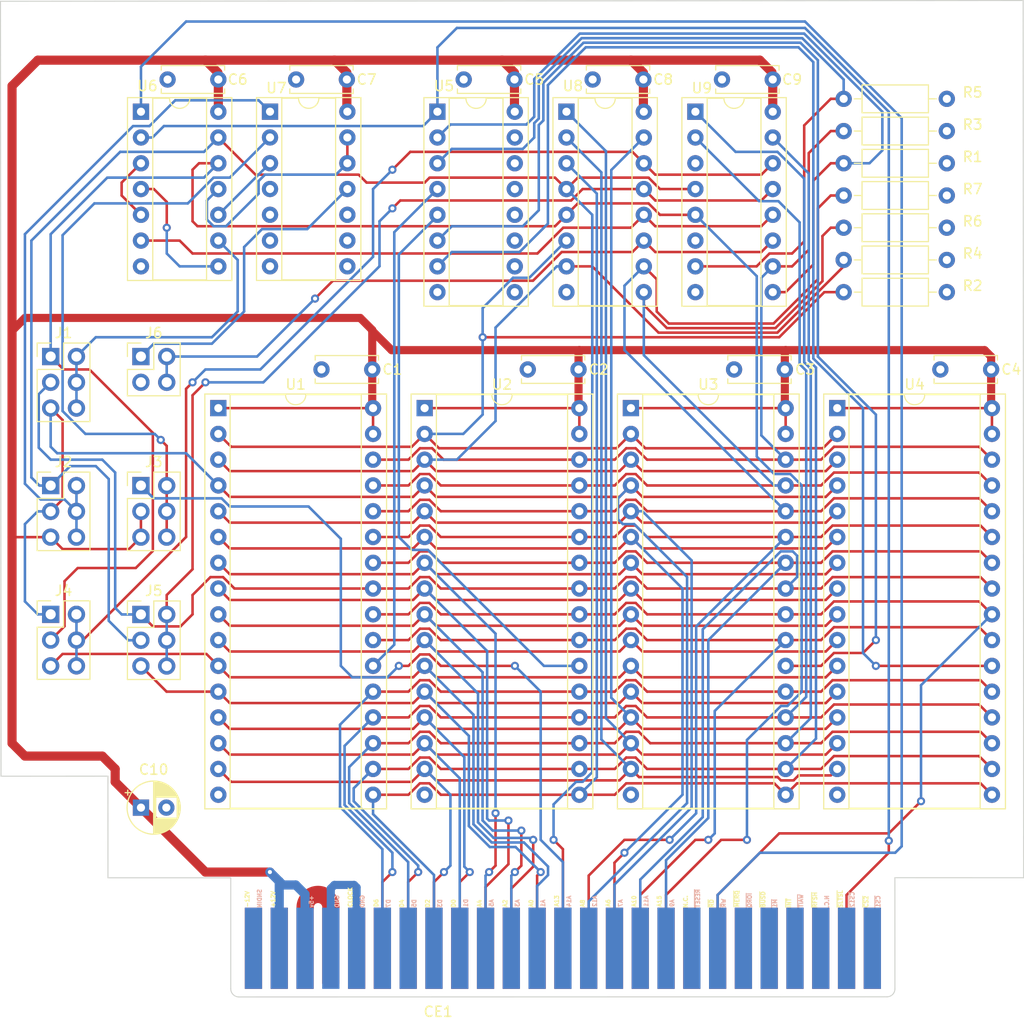
<source format=kicad_pcb>
(kicad_pcb (version 20221018) (generator pcbnew)
  (layers (0 "F.Cu" signal) (31 "B.Cu" signal) (34 "B.Paste" user) (35 "F.Paste" user) (36 "B.SilkS" user "B.Silkscreen") (37 "F.SilkS" user "F.Silkscreen") (38 "B.Mask" user) (39 "F.Mask" user) (44 "Edge.Cuts" user))
  (net 0 "")
  (net 1 "+5V")
  (net 2 "GND")
  (net 9 "/D6")
  (net 10 "/D7")
  (net 11 "/D4")
  (net 12 "/D5")
  (net 13 "/D2")
  (net 14 "/D3")
  (net 15 "/D0")
  (net 16 "/D1")
  (net 17 "/A4")
  (net 18 "/A5")
  (net 19 "/A2")
  (net 20 "/A3")
  (net 21 "/A0")
  (net 22 "/A1")
  (net 23 "/A13")
  (net 24 "/A14")
  (net 25 "/A8")
  (net 26 "/A12")
  (net 27 "/A6")
  (net 28 "/A7")
  (net 29 "/A10")
  (net 30 "/A11")
  (net 31 "/A15")
  (net 32 "/A9")
  (net 35 "/{slash}RD")
  (net 36 "/{slash}WR")
  (net 45 "/{slash}SLTSL")
  (net 49 "/MA13")
  (net 50 "/MA14")
  (net 51 "/MA15")
  (net 52 "/MA16")
  (net 53 "Net-(U5A-A0)")
  (net 54 "/MA17")
  (net 55 "/ROM_CE1")
  (net 56 "/ROM_CE2")
  (net 57 "/{slash}Er")
  (net 58 "Net-(J3-Pin_2)")
  (net 59 "Net-(J4-Pin_2)")
  (net 60 "Net-(J5-Pin_2)")
  (net 61 "Net-(U5A-A1)")
  (net 62 "/ROM_CE3")
  (net 63 "/ROM_CE4")
  (net 64 "Net-(J1-Pin_2)")
  (net 65 "Net-(J2-Pin_2)")
  (net 66 "Net-(J6-Pin_1)")
  (net 67 "Net-(U6-Pad3)")
  (net 68 "Net-(U6-Pad4)")
  (net 69 "Net-(U8-~{Ew})")
  (net 70 "Net-(U6-Pad10)")
  (net 71 "Net-(U6-Pad11)")
  (footprint "Package_DIP:DIP-32_W15.24mm_Socket" (layer "F.Cu") (at 110.49 92.71)
    (fp_text reference "U1")
    (fp_text value "SST27ST020")
  )
  (footprint "Connector_PinHeader_2.54mm:PinHeader_2x03_P2.54mm_Vertical" (layer "F.Cu") (at 93.975 100.345)
    (fp_text reference "J2")
    (fp_text value "Conn_02x03")
  )
  (footprint "Resistor_THT:R_Axial_DIN0207_L6.3mm_D2.5mm_P10.16mm_Horizontal" (layer "F.Cu") (at 182.245 62.23 180)
    (fp_text reference "R5")
    (fp_text value "470")
  )
  (footprint "Resistor_THT:R_Axial_DIN0207_L6.3mm_D2.5mm_P10.16mm_Horizontal" (layer "F.Cu") (at 182.245 74.93 180)
    (fp_text reference "R6")
    (fp_text value "470")
  )
  (footprint "Capacitor_THT:C_Disc_D6.0mm_W2.5mm_P5.00mm" (layer "F.Cu") (at 186.61 88.9 180)
    (fp_text reference "C4")
    (fp_text value "0.1uF")
  )
  (footprint "Package_DIP:DIP-16_W7.62mm_Socket" (layer "F.Cu") (at 132.07 63.5)
    (fp_text reference "U5")
    (fp_text value "74LS139")
  )
  (footprint "Resistor_THT:R_Axial_DIN0207_L6.3mm_D2.5mm_P10.16mm_Horizontal" (layer "F.Cu") (at 182.245 68.58 180)
    (fp_text reference "R1")
    (fp_text value "470")
  )
  (footprint "Package_DIP:DIP-16_W7.62mm_Socket" (layer "F.Cu") (at 157.48 63.5)
    (fp_text reference "U9")
    (fp_text value "74LS670")
  )
  (footprint "Resistor_THT:R_Axial_DIN0207_L6.3mm_D2.5mm_P10.16mm_Horizontal" (layer "F.Cu") (at 182.245 71.755 180)
    (fp_text reference "R7")
    (fp_text value "470")
  )
  (footprint "Connector_PinHeader_2.54mm:PinHeader_2x03_P2.54mm_Vertical" (layer "F.Cu") (at 93.975 87.625)
    (fp_text reference "J1")
    (fp_text value "Conn_02x03")
  )
  (footprint "Connector_PinHeader_2.54mm:PinHeader_2x03_P2.54mm_Vertical" (layer "F.Cu") (at 102.865 113.045)
    (fp_text reference "J5")
    (fp_text value "Conn_02x03")
  )
  (footprint "Connector_PinHeader_2.54mm:PinHeader_2x02_P2.54mm_Vertical" (layer "F.Cu") (at 102.865 87.625)
    (fp_text reference "J6")
    (fp_text value "Conn_02x02")
  )
  (footprint "Capacitor_THT:C_Disc_D6.0mm_W2.5mm_P5.00mm" (layer "F.Cu") (at 152.36 60.325 180)
    (fp_text reference "C8")
    (fp_text value "0.1uF")
  )
  (footprint "Capacitor_THT:C_Disc_D6.0mm_W2.5mm_P5.00mm" (layer "F.Cu") (at 145.97 88.9 180)
    (fp_text reference "C2")
    (fp_text value "0.1uF")
  )
  (footprint "Resistor_THT:R_Axial_DIN0207_L6.3mm_D2.5mm_P10.16mm_Horizontal" (layer "F.Cu") (at 182.245 65.405 180)
    (fp_text reference "R3")
    (fp_text value "470")
  )
  (footprint "Lib_add:card_edge_connector_MSX" (layer "F.Cu") (at 143.17 142.793349)
    (fp_text reference "CE1")
    (fp_text value "Card_Edge_Connector_MSX")
  )
  (footprint "Capacitor_THT:C_Disc_D6.0mm_W2.5mm_P5.00mm" (layer "F.Cu") (at 110.49 60.325 180)
    (fp_text reference "C6")
    (fp_text value "0.1uF")
  )
  (footprint "Package_DIP:DIP-14_W7.62mm_Socket" (layer "F.Cu") (at 115.58 63.495)
    (fp_text reference "U7")
    (fp_text value "74LS00")
  )
  (footprint "Capacitor_THT:C_Disc_D6.0mm_W2.5mm_P5.00mm" (layer "F.Cu") (at 166.29 88.9 180)
    (fp_text reference "C3")
    (fp_text value "0.1uF")
  )
  (footprint "Package_DIP:DIP-32_W15.24mm_Socket" (layer "F.Cu") (at 130.81 92.71)
    (fp_text reference "U2")
    (fp_text value "SST27ST020")
  )
  (footprint "Resistor_THT:R_Axial_DIN0207_L6.3mm_D2.5mm_P10.16mm_Horizontal" (layer "F.Cu") (at 182.245 78.105 180)
    (fp_text reference "R4")
    (fp_text value "470")
  )
  (footprint "Package_DIP:DIP-32_W15.24mm_Socket" (layer "F.Cu") (at 151.13 92.71)
    (fp_text reference "U3")
    (fp_text value "SST27ST020")
  )
  (footprint "Package_DIP:DIP-14_W7.62mm_Socket" (layer "F.Cu") (at 102.87 63.5)
    (fp_text reference "U6")
    (fp_text value "74LS32")
  )
  (footprint "Connector_PinHeader_2.54mm:PinHeader_2x03_P2.54mm_Vertical" (layer "F.Cu") (at 102.865 100.345)
    (fp_text reference "J3")
    (fp_text value "Conn_02x03")
  )
  (footprint "Package_DIP:DIP-16_W7.62mm_Socket" (layer "F.Cu") (at 144.78 63.5)
    (fp_text reference "U8")
    (fp_text value "74LS670")
  )
  (footprint "Capacitor_THT:C_Disc_D6.0mm_W2.5mm_P5.00mm" (layer "F.Cu") (at 165.1 60.325 180)
    (fp_text reference "C9")
    (fp_text value "0.1uF")
  )
  (footprint "Capacitor_THT:C_Disc_D6.0mm_W2.5mm_P5.00mm" (layer "F.Cu") (at 125.65 88.9 180)
    (fp_text reference "C1")
    (fp_text value "0.1uF")
  )
  (footprint "Resistor_THT:R_Axial_DIN0207_L6.3mm_D2.5mm_P10.16mm_Horizontal" (layer "F.Cu") (at 182.245 81.28 180)
    (fp_text reference "R2")
    (fp_text value "470")
  )
  (footprint "Connector_PinHeader_2.54mm:PinHeader_2x03_P2.54mm_Vertical" (layer "F.Cu") (at 93.975 113.03)
    (fp_text reference "J4")
    (fp_text value "Conn_02x03")
  )
  (footprint "Capacitor_THT:C_Disc_D6.0mm_W2.5mm_P5.00mm" (layer "F.Cu") (at 139.66 60.325 180)
    (fp_text reference "C5")
    (fp_text value "0.1uF")
  )
  (footprint "Package_DIP:DIP-32_W15.24mm_Socket" (layer "F.Cu") (at 171.45 92.71)
    (fp_text reference "U4")
    (fp_text value "SST27ST020")
  )
  (footprint "Capacitor_THT:C_Disc_D6.0mm_W2.5mm_P5.00mm" (layer "F.Cu") (at 123.15 60.325 180)
    (fp_text reference "C7")
    (fp_text value "0.1uF")
  )
  (footprint "Capacitor_THT:CP_Radial_D5.0mm_P2.50mm" (layer "F.Cu") (at 102.87 132.08)
    (fp_text reference "C10")
    (fp_text value "10uF")
  )
  (gr_line (start 177.129129 138.985958) (end 189.811474 138.989485) (stroke (width 0.1)) (layer "Edge.Cuts"))
  (gr_line (start 111.712458 149.930617) (end 111.712921 138.99382) (stroke (width 0.1)) (layer "Edge.Cuts"))
  (gr_arc (start 112.513878 150.735934) (mid 111.946953 150.498686) (end 111.712458 149.930617) (stroke (width 0.1)) (layer "Edge.Cuts"))
  (gr_line (start 99.617081 138.99382) (end 99.614993 128.978267) (stroke (width 0.1)) (layer "Edge.Cuts"))
  (gr_line (start 177.132487 149.943695) (end 177.129129 138.985958) (stroke (width 0.1)) (layer "Edge.Cuts"))
  (gr_line (start 189.764033 52.53997) (end 189.811474 138.989485) (stroke (width 0.1)) (layer "Edge.Cuts"))
  (gr_line (start 111.712921 138.99382) (end 99.617081 138.99382) (stroke (width 0.1)) (layer "Edge.Cuts"))
  (gr_line (start 89.085372 128.983883) (end 89.034063 52.61772) (stroke (width 0.1)) (layer "Edge.Cuts"))
  (gr_line (start 112.513878 150.735934) (end 176.363958 150.723946) (stroke (width 0.1)) (layer "Edge.Cuts"))
  (gr_arc (start 177.132487 149.943695) (mid 176.908091 150.491287) (end 176.363958 150.723946) (stroke (width 0.1)) (layer "Edge.Cuts"))
  (gr_line (start 89.034063 52.61772) (end 189.764033 52.53997) (stroke (width 0.1)) (layer "Edge.Cuts"))
  (gr_line (start 99.614993 128.978267) (end 89.085372 128.983883) (stroke (width 0.1)) (layer "Edge.Cuts"))
  (segment (start 109.22 58.42) (end 121.92 58.42) (width 0.9) (layer "F.Cu") (net 1))
  (segment (start 101.69 106.6) (end 102.865 105.425) (width 0.25) (layer "F.Cu") (net 1))
  (segment (start 166.29 88.9) (end 166.29 92.63) (width 0.8) (layer "F.Cu") (net 1))
  (segment (start 146.05 86.995) (end 145.97 87.075) (width 0.8) (layer "F.Cu") (net 1))
  (segment (start 115.57 138.43) (end 109.22 138.43) (width 0.9) (layer "F.Cu") (net 1))
  (segment (start 95.15 106.6) (end 101.69 106.6) (width 0.25) (layer "F.Cu") (net 1))
  (segment (start 102.865 102.885) (end 102.865 105.425) (width 0.25) (layer "F.Cu") (net 1))
  (segment (start 145.97 87.075) (end 145.97 88.9) (width 0.8) (layer "F.Cu") (net 1))
  (segment (start 186.69 95.25) (end 186.69 92.71) (width 0.25) (layer "F.Cu") (net 1))
  (segment (start 100.33 128.27) (end 99.06 127) (width 0.9) (layer "F.Cu") (net 1))
  (segment (start 110.49 92.71) (end 125.73 92.71) (width 0.25) (layer "F.Cu") (net 1))
  (segment (start 127.555 86.995) (end 125.65 85.09) (width 0.8) (layer "F.Cu") (net 1))
  (segment (start 166.37 95.25) (end 166.37 92.71) (width 0.25) (layer "F.Cu") (net 1))
  (segment (start 93.975 105.425) (end 95.15 106.6) (width 0.25) (layer "F.Cu") (net 1))
  (segment (start 138.43 58.42) (end 139.66 59.65) (width 0.9) (layer "F.Cu") (net 1))
  (segment (start 90.185 105.425) (end 90.17 105.41) (width 0.25) (layer "F.Cu") (net 1))
  (segment (start 146.05 95.25) (end 146.05 92.71) (width 0.25) (layer "F.Cu") (net 1))
  (segment (start 151.13 58.42) (end 163.83 58.42) (width 0.9) (layer "F.Cu") (net 1))
  (segment (start 166.37 86.995) (end 146.05 86.995) (width 0.8) (layer "F.Cu") (net 1))
  (segment (start 109.22 138.43) (end 102.87 132.08) (width 0.9) (layer "F.Cu") (net 1))
  (segment (start 185.975 86.995) (end 166.37 86.995) (width 0.8) (layer "F.Cu") (net 1))
  (segment (start 92.71 58.42) (end 109.22 58.42) (width 0.9) (layer "F.Cu") (net 1))
  (segment (start 121.92 58.42) (end 123.15 59.65) (width 0.9) (layer "F.Cu") (net 1))
  (segment (start 186.61 92.63) (end 186.61 87.63) (width 0.8) (layer "F.Cu") (net 1))
  (segment (start 109.22 58.42) (end 110.45 59.65) (width 0.9) (layer "F.Cu") (net 1))
  (segment (start 123.15 60.325) (end 123.15 63.445) (width 0.9) (layer "F.Cu") (net 1))
  (segment (start 145.97 92.63) (end 146.05 92.71) (width 0.8) (layer "F.Cu") (net 1))
  (segment (start 93.975 105.425) (end 90.185 105.425) (width 0.25) (layer "F.Cu") (net 1))
  (segment (start 123.15 63.445) (end 123.2 63.495) (width 0.9) (layer "F.Cu") (net 1))
  (segment (start 124.46 83.82) (end 91.44 83.82) (width 0.8) (layer "F.Cu") (net 1))
  (segment (start 125.65 92.63) (end 125.73 92.71) (width 0.8) (layer "F.Cu") (net 1))
  (segment (start 92.71 58.42) (end 90.17 60.96) (width 0.9) (layer "F.Cu") (net 1))
  (segment (start 139.66 60.325) (end 139.66 63.47) (width 0.9) (layer "F.Cu") (net 1))
  (segment (start 121.92 58.42) (end 138.43 58.42) (width 0.9) (layer "F.Cu") (net 1))
  (segment (start 125.73 95.25) (end 125.73 92.71) (width 0.25) (layer "F.Cu") (net 1))
  (segment (start 186.69 92.71) (end 186.61 92.63) (width 0.8) (layer "F.Cu") (net 1))
  (segment (start 151.13 58.42) (end 152.36 59.65) (width 0.9) (layer "F.Cu") (net 1))
  (segment (start 152.36 63.46) (end 152.4 63.5) (width 0.9) (layer "F.Cu") (net 1))
  (segment (start 90.17 60.96) (end 90.17 85.09) (width 0.9) (layer "F.Cu") (net 1))
  (segment (start 166.37 86.995) (end 166.29 87.075) (width 0.8) (layer "F.Cu") (net 1))
  (segment (start 171.45 92.71) (end 186.69 92.71) (width 0.25) (layer "F.Cu") (net 1))
  (segment (start 138.43 58.42) (end 151.13 58.42) (width 0.9) (layer "F.Cu") (net 1))
  (segment (start 100.33 129.54) (end 100.33 128.27) (width 0.9) (layer "F.Cu") (net 1))
  (segment (start 125.65 85.01) (end 125.65 85.09) (width 0.8) (layer "F.Cu") (net 1))
  (segment (start 165.1 60.325) (end 165.1 63.5) (width 0.9) (layer "F.Cu") (net 1))
  (segment (start 125.65 87.63) (end 125.65 92.63) (width 0.8) (layer "F.Cu") (net 1))
  (segment (start 186.61 87.63) (end 185.975 86.995) (width 0.8) (layer "F.Cu") (net 1))
  (segment (start 90.17 105.41) (end 90.17 85.09) (width 0.9) (layer "F.Cu") (net 1))
  (segment (start 166.29 87.075) (end 166.29 88.9) (width 0.8) (layer "F.Cu") (net 1))
  (segment (start 146.05 86.995) (end 127.555 86.995) (width 0.8) (layer "F.Cu") (net 1))
  (segment (start 91.44 83.82) (end 90.17 85.09) (width 0.8) (layer "F.Cu") (net 1))
  (segment (start 99.06 127) (end 91.44 127) (width 0.9) (layer "F.Cu") (net 1))
  (segment (start 91.44 127) (end 90.17 125.73) (width 0.9) (layer "F.Cu") (net 1))
  (segment (start 139.66 63.47) (end 139.69 63.5) (width 0.9) (layer "F.Cu") (net 1))
  (segment (start 110.49 60.325) (end 110.49 63.5) (width 0.9) (layer "F.Cu") (net 1))
  (segment (start 145.97 88.9) (end 145.97 92.63) (width 0.8) (layer "F.Cu") (net 1))
  (segment (start 152.36 60.325) (end 152.36 63.46) (width 0.9) (layer "F.Cu") (net 1))
  (segment (start 125.65 85.09) (end 125.65 87.63) (width 0.8) (layer "F.Cu") (net 1))
  (segment (start 130.81 92.71) (end 146.05 92.71) (width 0.25) (layer "F.Cu") (net 1))
  (segment (start 166.29 92.63) (end 166.37 92.71) (width 0.8) (layer "F.Cu") (net 1))
  (segment (start 90.17 125.73) (end 90.17 105.41) (width 0.9) (layer "F.Cu") (net 1))
  (segment (start 124.46 83.82) (end 125.65 85.01) (width 0.8) (layer "F.Cu") (net 1))
  (segment (start 102.87 132.08) (end 100.33 129.54) (width 0.9) (layer "F.Cu") (net 1))
  (segment (start 151.13 92.71) (end 166.37 92.71) (width 0.25) (layer "F.Cu") (net 1))
  (segment (start 163.83 58.42) (end 165.02 59.61) (width 0.9) (layer "F.Cu") (net 1))
  (via (at 115.57 138.43) (size 0.9) (drill 0.4) (layers "F.Cu" "B.Cu") (net 1))
  (segment (start 116.84 139.7) (end 118.11 139.7) (width 0.9) (layer "B.Cu") (net 1))
  (segment (start 115.57 138.43) (end 116.48984 139.34984) (width 0.9) (layer "B.Cu") (net 1))
  (segment (start 116.48984 139.34984) (end 116.84 139.7) (width 0.9) (layer "B.Cu") (net 1))
  (segment (start 116.48984 139.34984) (end 116.48984 145.940789) (width 0.9) (layer "B.Cu") (net 1))
  (segment (start 118.11 139.7) (end 119.02984 140.61984) (width 0.9) (layer "B.Cu") (net 1))
  (segment (start 119.02984 140.61984) (end 119.02984 145.940789) (width 0.9) (layer "B.Cu") (net 1))
  (segment (start 124.10984 139.944477) (end 124.10984 145.940789) (width 0.8) (layer "B.Cu") (net 2))
  (segment (start 123.863116 139.697753) (end 124.10984 139.944477) (width 0.8) (layer "B.Cu") (net 2))
  (segment (start 121.922247 139.697753) (end 123.863116 139.697753) (width 0.8) (layer "B.Cu") (net 2))
  (segment (start 121.56984 140.05016) (end 121.922247 139.697753) (width 0.8) (layer "B.Cu") (net 2))
  (segment (start 121.56984 145.940789) (end 121.56984 140.05016) (width 0.8) (layer "B.Cu") (net 2))
  (segment (start 169.859009 123.19) (end 171.129009 121.92) (width 0.25) (layer "F.Cu") (net 9))
  (segment (start 132.400991 123.19) (end 146.05 123.19) (width 0.25) (layer "F.Cu") (net 9))
  (segment (start 171.129009 121.92) (end 185.42 121.92) (width 0.25) (layer "F.Cu") (net 9))
  (segment (start 131.275991 122.065) (end 132.400991 123.19) (width 0.25) (layer "F.Cu") (net 9))
  (segment (start 146.05 123.19) (end 149.539009 123.19) (width 0.25) (layer "F.Cu") (net 9))
  (segment (start 151.595991 122.065) (end 152.720991 123.19) (width 0.25) (layer "F.Cu") (net 9))
  (segment (start 126.64984 139.41516) (end 127.635 138.43) (width 0.25) (layer "F.Cu") (net 9))
  (segment (start 150.664009 122.065) (end 151.595991 122.065) (width 0.25) (layer "F.Cu") (net 9))
  (segment (start 185.42 121.92) (end 186.69 123.19) (width 0.25) (layer "F.Cu") (net 9))
  (segment (start 152.720991 123.19) (end 166.37 123.19) (width 0.25) (layer "F.Cu") (net 9))
  (segment (start 130.344009 122.065) (end 131.275991 122.065) (width 0.25) (layer "F.Cu") (net 9))
  (segment (start 129.219009 123.19) (end 130.344009 122.065) (width 0.25) (layer "F.Cu") (net 9))
  (segment (start 149.539009 123.19) (end 150.664009 122.065) (width 0.25) (layer "F.Cu") (net 9))
  (segment (start 166.37 123.19) (end 169.859009 123.19) (width 0.25) (layer "F.Cu") (net 9))
  (segment (start 126.64984 145.940789) (end 126.64984 139.41516) (width 0.25) (layer "F.Cu") (net 9))
  (segment (start 125.73 123.19) (end 129.219009 123.19) (width 0.25) (layer "F.Cu") (net 9))
  (via (at 127.635 138.43) (size 0.8) (drill 0.4) (layers "F.Cu" "B.Cu") (net 9))
  (segment (start 122.925998 125.994002) (end 122.925998 131.818068) (width 0.25) (layer "B.Cu") (net 9))
  (segment (start 165.656497 72.313567) (end 167.746996 74.404066) (width 0.25) (layer "B.Cu") (net 9))
  (segment (start 122.925998 131.818068) (end 127.635 136.52707) (width 0.25) (layer "B.Cu") (net 9))
  (segment (start 157.48 66.04) (end 163.753567 72.313567) (width 0.25) (layer "B.Cu") (net 9))
  (segment (start 167.746996 88.374066) (end 168.394002 89.021072) (width 0.25) (layer "B.Cu") (net 9))
  (segment (start 163.753567 72.313567) (end 165.656497 72.313567) (width 0.25) (layer "B.Cu") (net 9))
  (segment (start 125.73 123.19) (end 122.925998 125.994002) (width 0.25) (layer "B.Cu") (net 9))
  (segment (start 168.394002 89.021072) (end 168.394002 121.165998) (width 0.25) (layer "B.Cu") (net 9))
  (segment (start 167.746996 74.404066) (end 167.746996 88.374066) (width 0.25) (layer "B.Cu") (net 9))
  (segment (start 127.635 136.52707) (end 127.635 138.43) (width 0.25) (layer "B.Cu") (net 9))
  (segment (start 168.394002 121.165998) (end 166.37 123.19) (width 0.25) (layer "B.Cu") (net 9))
  (segment (start 132.400991 120.65) (end 146.05 120.65) (width 0.25) (layer "F.Cu") (net 10))
  (segment (start 152.720991 120.65) (end 166.37 120.65) (width 0.25) (layer "F.Cu") (net 10))
  (segment (start 185.565 119.525) (end 186.69 120.65) (width 0.25) (layer "F.Cu") (net 10))
  (segment (start 169.859009 120.65) (end 170.984009 119.525) (width 0.25) (layer "F.Cu") (net 10))
  (segment (start 131.275991 119.525) (end 132.400991 120.65) (width 0.25) (layer "F.Cu") (net 10))
  (segment (start 151.595991 119.525) (end 152.720991 120.65) (width 0.25) (layer "F.Cu") (net 10))
  (segment (start 149.539009 120.65) (end 150.664009 119.525) (width 0.25) (layer "F.Cu") (net 10))
  (segment (start 125.73 120.65) (end 129.219009 120.65) (width 0.25) (layer "F.Cu") (net 10))
  (segment (start 170.984009 119.525) (end 185.565 119.525) (width 0.25) (layer "F.Cu") (net 10))
  (segment (start 129.219009 120.65) (end 130.344009 119.525) (width 0.25) (layer "F.Cu") (net 10))
  (segment (start 166.37 120.65) (end 169.859009 120.65) (width 0.25) (layer "F.Cu") (net 10))
  (segment (start 146.05 120.65) (end 149.539009 120.65) (width 0.25) (layer "F.Cu") (net 10))
  (segment (start 130.344009 119.525) (end 131.275991 119.525) (width 0.25) (layer "F.Cu") (net 10))
  (segment (start 150.664009 119.525) (end 151.595991 119.525) (width 0.25) (layer "F.Cu") (net 10))
  (segment (start 122.476497 123.903503) (end 125.73 120.65) (width 0.25) (layer "B.Cu") (net 10))
  (segment (start 126.64984 136.1776) (end 122.476497 132.004257) (width 0.25) (layer "B.Cu") (net 10))
  (segment (start 126.64984 145.940789) (end 126.64984 136.1776) (width 0.25) (layer "B.Cu") (net 10))
  (segment (start 122.476497 132.004257) (end 122.476497 123.903503) (width 0.25) (layer "B.Cu") (net 10))
  (segment (start 151.595991 127.145) (end 152.720991 128.27) (width 0.25) (layer "F.Cu") (net 11))
  (segment (start 129.18984 139.41516) (end 130.175 138.43) (width 0.25) (layer "F.Cu") (net 11))
  (segment (start 171.129009 127) (end 185.42 127) (width 0.25) (layer "F.Cu") (net 11))
  (segment (start 166.37 128.27) (end 169.859009 128.27) (width 0.25) (layer "F.Cu") (net 11))
  (segment (start 125.73 128.27) (end 129.219009 128.27) (width 0.25) (layer "F.Cu") (net 11))
  (segment (start 129.219009 128.27) (end 130.344009 127.145) (width 0.25) (layer "F.Cu") (net 11))
  (segment (start 150.664009 127.145) (end 151.595991 127.145) (width 0.25) (layer "F.Cu") (net 11))
  (segment (start 185.42 127) (end 186.69 128.27) (width 0.25) (layer "F.Cu") (net 11))
  (segment (start 149.539009 128.27) (end 150.664009 127.145) (width 0.25) (layer "F.Cu") (net 11))
  (segment (start 146.05 128.27) (end 149.539009 128.27) (width 0.25) (layer "F.Cu") (net 11))
  (segment (start 130.344009 127.145) (end 131.275991 127.145) (width 0.25) (layer "F.Cu") (net 11))
  (segment (start 152.720991 128.27) (end 166.37 128.27) (width 0.25) (layer "F.Cu") (net 11))
  (segment (start 131.275991 127.145) (end 132.400991 128.27) (width 0.25) (layer "F.Cu") (net 11))
  (segment (start 169.859009 128.27) (end 171.129009 127) (width 0.25) (layer "F.Cu") (net 11))
  (segment (start 132.400991 128.27) (end 146.05 128.27) (width 0.25) (layer "F.Cu") (net 11))
  (segment (start 129.18984 145.940789) (end 129.18984 139.41516) (width 0.25) (layer "F.Cu") (net 11))
  (via (at 130.175 138.43) (size 0.8) (drill 0.4) (layers "F.Cu" "B.Cu") (net 11))
  (segment (start 165.1 66.04) (end 168.645998 69.585998) (width 0.25) (layer "B.Cu") (net 11))
  (segment (start 169.359501 125.280499) (end 166.37 128.27) (width 0.25) (layer "B.Cu") (net 11))
  (segment (start 123.825 131.44569) (end 130.175 137.79569) (width 0.25) (layer "B.Cu") (net 11))
  (segment (start 168.645998 88.001688) (end 169.359501 88.715191) (width 0.25) (layer "B.Cu") (net 11))
  (segment (start 168.645998 69.585998) (end 168.645998 88.001688) (width 0.25) (layer "B.Cu") (net 11))
  (segment (start 123.825 130.175) (end 123.825 131.44569) (width 0.25) (layer "B.Cu") (net 11))
  (segment (start 169.359501 88.715191) (end 169.359501 125.280499) (width 0.25) (layer "B.Cu") (net 11))
  (segment (start 130.175 137.79569) (end 130.175 138.43) (width 0.25) (layer "B.Cu") (net 11))
  (segment (start 125.73 128.27) (end 123.825 130.175) (width 0.25) (layer "B.Cu") (net 11))
  (segment (start 185.565 124.605) (end 186.69 125.73) (width 0.25) (layer "F.Cu") (net 12))
  (segment (start 169.859009 125.73) (end 170.984009 124.605) (width 0.25) (layer "F.Cu") (net 12))
  (segment (start 151.90931 124.605) (end 153.03431 125.73) (width 0.25) (layer "F.Cu") (net 12))
  (segment (start 125.73 125.73) (end 129.219009 125.73) (width 0.25) (layer "F.Cu") (net 12))
  (segment (start 149.539009 125.73) (end 150.664009 124.605) (width 0.25) (layer "F.Cu") (net 12))
  (segment (start 129.219009 125.73) (end 130.344009 124.605) (width 0.25) (layer "F.Cu") (net 12))
  (segment (start 153.03431 125.73) (end 166.37 125.73) (width 0.25) (layer "F.Cu") (net 12))
  (segment (start 146.05 125.73) (end 149.539009 125.73) (width 0.25) (layer "F.Cu") (net 12))
  (segment (start 170.984009 124.605) (end 185.565 124.605) (width 0.25) (layer "F.Cu") (net 12))
  (segment (start 166.37 125.73) (end 169.859009 125.73) (width 0.25) (layer "F.Cu") (net 12))
  (segment (start 131.275991 124.605) (end 132.400991 125.73) (width 0.25) (layer "F.Cu") (net 12))
  (segment (start 132.400991 125.73) (end 146.05 125.73) (width 0.25) (layer "F.Cu") (net 12))
  (segment (start 130.344009 124.605) (end 131.275991 124.605) (width 0.25) (layer "F.Cu") (net 12))
  (segment (start 150.664009 124.605) (end 151.90931 124.605) (width 0.25) (layer "F.Cu") (net 12))
  (segment (start 125.73 125.73) (end 123.375499 128.084501) (width 0.25) (layer "B.Cu") (net 12))
  (segment (start 161.435 67.455) (end 165.565991 67.455) (width 0.25) (layer "B.Cu") (net 12))
  (segment (start 165.565991 67.455) (end 168.196497 70.085506) (width 0.25) (layer "B.Cu") (net 12))
  (segment (start 129.18984 137.44622) (end 129.18984 145.940789) (width 0.25) (layer "B.Cu") (net 12))
  (segment (start 157.48 63.5) (end 161.435 67.455) (width 0.25) (layer "B.Cu") (net 12))
  (segment (start 123.375499 128.084501) (end 123.375499 131.631879) (width 0.25) (layer "B.Cu") (net 12))
  (segment (start 168.196497 88.187877) (end 168.843503 88.834883) (width 0.25) (layer "B.Cu") (net 12))
  (segment (start 168.843503 88.834883) (end 168.843503 123.256497) (width 0.25) (layer "B.Cu") (net 12))
  (segment (start 123.375499 131.631879) (end 129.18984 137.44622) (width 0.25) (layer "B.Cu") (net 12))
  (segment (start 168.196497 70.085506) (end 168.196497 88.187877) (width 0.25) (layer "B.Cu") (net 12))
  (segment (start 168.843503 123.256497) (end 166.37 125.73) (width 0.25) (layer "B.Cu") (net 12))
  (segment (start 129.54 129.54) (end 130.81 128.27) (width 0.25) (layer "F.Cu") (net 13))
  (segment (start 111.76 129.54) (end 129.54 129.54) (width 0.25) (layer "F.Cu") (net 13))
  (segment (start 130.81 128.27) (end 131.935 129.395) (width 0.25) (layer "F.Cu") (net 13))
  (segment (start 131.935 129.395) (end 150.005 129.395) (width 0.25) (layer "F.Cu") (net 13))
  (segment (start 150.005 129.395) (end 151.13 128.27) (width 0.25) (layer "F.Cu") (net 13))
  (segment (start 167.638604 128.905) (end 170.815 128.905) (width 0.25) (layer "F.Cu") (net 13))
  (segment (start 131.72984 139.41516) (end 132.715 138.43) (width 0.25) (layer "F.Cu") (net 13))
  (segment (start 167.148604 129.395) (end 167.638604 128.905) (width 0.25) (layer "F.Cu") (net 13))
  (segment (start 110.49 128.27) (end 111.76 129.54) (width 0.25) (layer "F.Cu") (net 13))
  (segment (start 151.929999 129.069999) (end 165.579008 129.069999) (width 0.25) (layer "F.Cu") (net 13))
  (segment (start 165.579008 129.069999) (end 165.904009 129.395) (width 0.25) (layer "F.Cu") (net 13))
  (segment (start 170.815 128.905) (end 171.45 128.27) (width 0.25) (layer "F.Cu") (net 13))
  (segment (start 165.904009 129.395) (end 167.148604 129.395) (width 0.25) (layer "F.Cu") (net 13))
  (segment (start 131.72984 145.940789) (end 131.72984 139.41516) (width 0.25) (layer "F.Cu") (net 13))
  (segment (start 151.13 128.27) (end 151.929999 129.069999) (width 0.25) (layer "F.Cu") (net 13))
  (via (at 132.715 138.43) (size 0.8) (drill 0.4) (layers "F.Cu" "B.Cu") (net 13))
  (segment (start 148.219002 69.479002) (end 148.219002 125.359002) (width 0.25) (layer "B.Cu") (net 13))
  (segment (start 144.78 66.04) (end 148.219002 69.479002) (width 0.25) (layer "B.Cu") (net 13))
  (segment (start 130.81 128.27) (end 133.35 130.81) (width 0.25) (layer "B.Cu") (net 13))
  (segment (start 133.35 137.795) (end 132.715 138.43) (width 0.25) (layer "B.Cu") (net 13))
  (segment (start 148.219002 125.359002) (end 151.13 128.27) (width 0.25) (layer "B.Cu") (net 13))
  (segment (start 133.35 130.81) (end 133.35 137.795) (width 0.25) (layer "B.Cu") (net 13))
  (segment (start 166.37 130.81) (end 167.495 129.685) (width 0.25) (layer "F.Cu") (net 14))
  (segment (start 131.275991 129.685) (end 132.400991 130.81) (width 0.25) (layer "F.Cu") (net 14))
  (segment (start 130.344009 129.685) (end 131.275991 129.685) (width 0.25) (layer "F.Cu") (net 14))
  (segment (start 146.05 130.81) (end 149.539009 130.81) (width 0.25) (layer "F.Cu") (net 14))
  (segment (start 125.73 130.81) (end 129.219009 130.81) (width 0.25) (layer "F.Cu") (net 14))
  (segment (start 132.400991 130.81) (end 146.05 130.81) (width 0.25) (layer "F.Cu") (net 14))
  (segment (start 150.664009 129.685) (end 165.245 129.685) (width 0.25) (layer "F.Cu") (net 14))
  (segment (start 185.565 129.685) (end 186.69 130.81) (width 0.25) (layer "F.Cu") (net 14))
  (segment (start 129.219009 130.81) (end 130.344009 129.685) (width 0.25) (layer "F.Cu") (net 14))
  (segment (start 149.539009 130.81) (end 150.664009 129.685) (width 0.25) (layer "F.Cu") (net 14))
  (segment (start 167.495 129.685) (end 185.565 129.685) (width 0.25) (layer "F.Cu") (net 14))
  (segment (start 165.245 129.685) (end 166.37 130.81) (width 0.25) (layer "F.Cu") (net 14))
  (segment (start 125.73 132.715) (end 131.72984 138.71484) (width 0.25) (layer "B.Cu") (net 14))
  (segment (start 144.78 68.58) (end 147.769501 71.569501) (width 0.25) (layer "B.Cu") (net 14))
  (segment (start 147.769501 129.090499) (end 146.05 130.81) (width 0.25) (layer "B.Cu") (net 14))
  (segment (start 147.769501 71.569501) (end 147.769501 129.090499) (width 0.25) (layer "B.Cu") (net 14))
  (segment (start 125.73 130.81) (end 125.73 132.715) (width 0.25) (layer "B.Cu") (net 14))
  (segment (start 131.72984 138.71484) (end 131.72984 145.940789) (width 0.25) (layer "B.Cu") (net 14))
  (segment (start 111.615 124.315) (end 129.685 124.315) (width 0.25) (layer "F.Cu") (net 15))
  (segment (start 151.13 123.19) (end 152.255 124.315) (width 0.25) (layer "F.Cu") (net 15))
  (segment (start 150.005 124.315) (end 151.13 123.19) (width 0.25) (layer "F.Cu") (net 15))
  (segment (start 130.81 123.19) (end 131.935 124.315) (width 0.25) (layer "F.Cu") (net 15))
  (segment (start 152.255 124.315) (end 170.325 124.315) (width 0.25) (layer "F.Cu") (net 15))
  (segment (start 134.26984 139.41516) (end 135.255 138.43) (width 0.25) (layer "F.Cu") (net 15))
  (segment (start 110.49 123.19) (end 111.615 124.315) (width 0.25) (layer "F.Cu") (net 15))
  (segment (start 134.26984 145.940789) (end 134.26984 139.41516) (width 0.25) (layer "F.Cu") (net 15))
  (segment (start 129.685 124.315) (end 130.81 123.19) (width 0.25) (layer "F.Cu") (net 15))
  (segment (start 170.325 124.315) (end 171.45 123.19) (width 0.25) (layer "F.Cu") (net 15))
  (segment (start 131.935 124.315) (end 150.005 124.315) (width 0.25) (layer "F.Cu") (net 15))
  (via (at 135.255 138.43) (size 0.8) (drill 0.4) (layers "F.Cu" "B.Cu") (net 15))
  (segment (start 152.4 66.04) (end 149.19418 69.24582) (width 0.25) (layer "B.Cu") (net 15))
  (segment (start 130.81 123.19) (end 134.719341 127.099341) (width 0.25) (layer "B.Cu") (net 15))
  (segment (start 134.719341 127.099341) (end 134.719341 137.894341) (width 0.25) (layer "B.Cu") (net 15))
  (segment (start 149.19418 121.25418) (end 151.13 123.19) (width 0.25) (layer "B.Cu") (net 15))
  (segment (start 134.719341 137.894341) (end 135.255 138.43) (width 0.25) (layer "B.Cu") (net 15))
  (segment (start 149.19418 69.24582) (end 149.19418 121.25418) (width 0.25) (layer "B.Cu") (net 15))
  (segment (start 111.615 126.855) (end 129.685 126.855) (width 0.25) (layer "F.Cu") (net 16))
  (segment (start 130.81 125.73) (end 131.935 126.855) (width 0.25) (layer "F.Cu") (net 16))
  (segment (start 110.49 125.73) (end 111.615 126.855) (width 0.25) (layer "F.Cu") (net 16))
  (segment (start 131.935 126.855) (end 150.005 126.855) (width 0.25) (layer "F.Cu") (net 16))
  (segment (start 152.255 126.855) (end 170.325 126.855) (width 0.25) (layer "F.Cu") (net 16))
  (segment (start 129.685 126.855) (end 130.81 125.73) (width 0.25) (layer "F.Cu") (net 16))
  (segment (start 151.13 125.73) (end 152.255 126.855) (width 0.25) (layer "F.Cu") (net 16))
  (segment (start 170.325 126.855) (end 171.45 125.73) (width 0.25) (layer "F.Cu") (net 16))
  (segment (start 150.005 126.855) (end 151.13 125.73) (width 0.25) (layer "F.Cu") (net 16))
  (segment (start 144.78 63.5) (end 148.668503 67.388503) (width 0.25) (layer "B.Cu") (net 16))
  (segment (start 148.668503 123.268503) (end 151.13 125.73) (width 0.25) (layer "B.Cu") (net 16))
  (segment (start 130.81 125.73) (end 134.26984 129.18984) (width 0.25) (layer "B.Cu") (net 16))
  (segment (start 134.26984 129.18984) (end 134.26984 145.940789) (width 0.25) (layer "B.Cu") (net 16))
  (segment (start 148.668503 67.388503) (end 148.668503 123.268503) (width 0.25) (layer "B.Cu") (net 16))
  (segment (start 151.13 110.49) (end 152.255 111.615) (width 0.25) (layer "F.Cu") (net 17))
  (segment (start 139.065 137.651494) (end 139.065 133.35) (width 0.25) (layer "F.Cu") (net 17))
  (segment (start 131.935 111.615) (end 150.005 111.615) (width 0.25) (layer "F.Cu") (net 17))
  (segment (start 130.81 110.49) (end 131.935 111.615) (width 0.25) (layer "F.Cu") (net 17))
  (segment (start 136.80984 145.940789) (end 136.80984 139.906654) (width 0.25) (layer "F.Cu") (net 17))
  (segment (start 136.80984 139.906654) (end 139.065 137.651494) (width 0.25) (layer "F.Cu") (net 17))
  (segment (start 170.325 111.615) (end 171.45 110.49) (width 0.25) (layer "F.Cu") (net 17))
  (segment (start 111.615 111.615) (end 129.685 111.615) (width 0.25) (layer "F.Cu") (net 17))
  (segment (start 150.005 111.615) (end 151.13 110.49) (width 0.25) (layer "F.Cu") (net 17))
  (segment (start 152.255 111.615) (end 170.325 111.615) (width 0.25) (layer "F.Cu") (net 17))
  (segment (start 110.49 110.49) (end 111.615 111.615) (width 0.25) (layer "F.Cu") (net 17))
  (segment (start 129.685 111.615) (end 130.81 110.49) (width 0.25) (layer "F.Cu") (net 17))
  (via (at 139.065 133.35) (size 0.8) (drill 0.4) (layers "F.Cu" "B.Cu") (net 17))
  (segment (start 130.81 110.49) (end 136.966846 116.646846) (width 0.25) (layer "B.Cu") (net 17))
  (segment (start 136.966846 116.646846) (end 136.966846 133.156846) (width 0.25) (layer "B.Cu") (net 17))
  (segment (start 137.16 133.35) (end 139.065 133.35) (width 0.25) (layer "B.Cu") (net 17))
  (segment (start 136.966846 133.156846) (end 137.16 133.35) (width 0.25) (layer "B.Cu") (net 17))
  (segment (start 111.615 109.075) (end 129.685 109.075) (width 0.25) (layer "F.Cu") (net 18))
  (segment (start 137.795 132.6255) (end 137.795 137.795) (width 0.25) (layer "F.Cu") (net 18))
  (segment (start 131.935 109.075) (end 150.005 109.075) (width 0.25) (layer "F.Cu") (net 18))
  (segment (start 150.005 109.075) (end 151.13 107.95) (width 0.25) (layer "F.Cu") (net 18))
  (segment (start 137.795 137.795) (end 137.16 138.43) (width 0.25) (layer "F.Cu") (net 18))
  (segment (start 110.49 107.95) (end 111.615 109.075) (width 0.25) (layer "F.Cu") (net 18))
  (segment (start 129.685 109.075) (end 130.81 107.95) (width 0.25) (layer "F.Cu") (net 18))
  (segment (start 130.81 107.95) (end 131.935 109.075) (width 0.25) (layer "F.Cu") (net 18))
  (segment (start 151.13 107.95) (end 152.255 109.075) (width 0.25) (layer "F.Cu") (net 18))
  (segment (start 170.325 109.075) (end 171.45 107.95) (width 0.25) (layer "F.Cu") (net 18))
  (segment (start 152.255 109.075) (end 170.325 109.075) (width 0.25) (layer "F.Cu") (net 18))
  (via (at 137.16 138.43) (size 0.8) (drill 0.4) (layers "F.Cu" "B.Cu") (net 18))
  (via (at 137.795 132.6255) (size 0.8) (drill 0.4) (layers "F.Cu" "B.Cu") (net 18))
  (segment (start 130.81 107.95) (end 137.795 114.935) (width 0.25) (layer "B.Cu") (net 18))
  (segment (start 137.795 114.935) (end 137.795 132.6255) (width 0.25) (layer "B.Cu") (net 18))
  (segment (start 136.80984 138.78016) (end 137.16 138.43) (width 0.25) (layer "B.Cu") (net 18))
  (segment (start 136.80984 145.940789) (end 136.80984 138.78016) (width 0.25) (layer "B.Cu") (net 18))
  (segment (start 151.13 115.57) (end 152.255 116.695) (width 0.25) (layer "F.Cu") (net 19))
  (segment (start 152.255 116.695) (end 170.325 116.695) (width 0.25) (layer "F.Cu") (net 19))
  (segment (start 139.34984 145.940789) (end 139.34984 140.05016) (width 0.25) (layer "F.Cu") (net 19))
  (segment (start 141.504494 137.895506) (end 141.504494 135.255) (width 0.25) (layer "F.Cu") (net 19))
  (segment (start 150.005 116.695) (end 151.13 115.57) (width 0.25) (layer "F.Cu") (net 19))
  (segment (start 131.935 116.695) (end 150.005 116.695) (width 0.25) (layer "F.Cu") (net 19))
  (segment (start 111.615 116.695) (end 129.685 116.695) (width 0.25) (layer "F.Cu") (net 19))
  (segment (start 170.325 116.695) (end 171.45 115.57) (width 0.25) (layer "F.Cu") (net 19))
  (segment (start 110.49 115.57) (end 111.615 116.695) (width 0.25) (layer "F.Cu") (net 19))
  (segment (start 129.685 116.695) (end 130.81 115.57) (width 0.25) (layer "F.Cu") (net 19))
  (segment (start 130.81 115.57) (end 131.935 116.695) (width 0.25) (layer "F.Cu") (net 19))
  (segment (start 139.34984 140.05016) (end 141.504494 137.895506) (width 0.25) (layer "F.Cu") (net 19))
  (via (at 141.504494 135.255) (size 0.8) (drill 0.4) (layers "F.Cu" "B.Cu") (net 19))
  (segment (start 136.067844 133.529224) (end 137.603615 135.064995) (width 0.25) (layer "B.Cu") (net 19))
  (segment (start 141.314489 135.064995) (end 141.504494 135.255) (width 0.25) (layer "B.Cu") (net 19))
  (segment (start 130.81 115.57) (end 136.067844 120.827844) (width 0.25) (layer "B.Cu") (net 19))
  (segment (start 136.067844 120.827844) (end 136.067844 133.529224) (width 0.25) (layer "B.Cu") (net 19))
  (segment (start 137.603615 135.064995) (end 141.314489 135.064995) (width 0.25) (layer "B.Cu") (net 19))
  (segment (start 150.005 114.155) (end 151.13 113.03) (width 0.25) (layer "F.Cu") (net 20))
  (segment (start 152.255 114.155) (end 170.325 114.155) (width 0.25) (layer "F.Cu") (net 20))
  (segment (start 111.615 114.155) (end 129.685 114.155) (width 0.25) (layer "F.Cu") (net 20))
  (segment (start 129.685 114.155) (end 130.81 113.03) (width 0.25) (layer "F.Cu") (net 20))
  (segment (start 151.13 113.03) (end 152.255 114.155) (width 0.25) (layer "F.Cu") (net 20))
  (segment (start 140.335 134.340494) (end 140.335 137.795) (width 0.25) (layer "F.Cu") (net 20))
  (segment (start 140.335 137.795) (end 139.7 138.43) (width 0.25) (layer "F.Cu") (net 20))
  (segment (start 110.49 113.03) (end 111.615 114.155) (width 0.25) (layer "F.Cu") (net 20))
  (segment (start 170.325 114.155) (end 171.45 113.03) (width 0.25) (layer "F.Cu") (net 20))
  (segment (start 130.81 113.03) (end 131.935 114.155) (width 0.25) (layer "F.Cu") (net 20))
  (segment (start 131.935 114.155) (end 150.005 114.155) (width 0.25) (layer "F.Cu") (net 20))
  (via (at 140.335 134.340494) (size 0.8) (drill 0.4) (layers "F.Cu" "B.Cu") (net 20))
  (via (at 139.7 138.43) (size 0.8) (drill 0.4) (layers "F.Cu" "B.Cu") (net 20))
  (segment (start 137.514804 134.340494) (end 140.335 134.340494) (width 0.25) (layer "B.Cu") (net 20))
  (segment (start 139.34984 138.78016) (end 139.7 138.43) (width 0.25) (layer "B.Cu") (net 20))
  (segment (start 130.81 113.03) (end 136.517345 118.737345) (width 0.25) (layer "B.Cu") (net 20))
  (segment (start 136.517345 118.737345) (end 136.517345 133.343035) (width 0.25) (layer "B.Cu") (net 20))
  (segment (start 139.34984 145.940789) (end 139.34984 138.78016) (width 0.25) (layer "B.Cu") (net 20))
  (segment (start 136.517345 133.343035) (end 137.514804 134.340494) (width 0.25) (layer "B.Cu") (net 20))
  (segment (start 105.39 120.65) (end 110.49 120.65) (width 0.25) (layer "F.Cu") (net 21))
  (segment (start 151.13 120.65) (end 152.255 121.775) (width 0.25) (layer "F.Cu") (net 21))
  (segment (start 131.935 121.775) (end 150.005 121.775) (width 0.25) (layer "F.Cu") (net 21))
  (segment (start 102.865 118.125) (end 105.39 120.65) (width 0.25) (layer "F.Cu") (net 21))
  (segment (start 141.88984 145.940789) (end 141.88984 138.78016) (width 0.25) (layer "F.Cu") (net 21))
  (segment (start 130.81 120.65) (end 131.935 121.775) (width 0.25) (layer "F.Cu") (net 21))
  (segment (start 152.255 121.775) (end 170.325 121.775) (width 0.25) (layer "F.Cu") (net 21))
  (segment (start 129.685 121.775) (end 130.81 120.65) (width 0.25) (layer "F.Cu") (net 21))
  (segment (start 111.615 121.775) (end 129.685 121.775) (width 0.25) (layer "F.Cu") (net 21))
  (segment (start 141.88984 138.78016) (end 142.24 138.43) (width 0.25) (layer "F.Cu") (net 21))
  (segment (start 170.325 121.775) (end 171.45 120.65) (width 0.25) (layer "F.Cu") (net 21))
  (segment (start 150.005 121.775) (end 151.13 120.65) (width 0.25) (layer "F.Cu") (net 21))
  (segment (start 110.49 120.65) (end 111.615 121.775) (width 0.25) (layer "F.Cu") (net 21))
  (via (at 142.24 138.43) (size 0.8) (drill 0.4) (layers "F.Cu" "B.Cu") (net 21))
  (segment (start 139.773997 135.963997) (end 142.24 138.43) (width 0.25) (layer "B.Cu") (net 21))
  (segment (start 130.81 120.65) (end 135.168842 125.008842) (width 0.25) (layer "B.Cu") (net 21))
  (segment (start 135.168842 133.901602) (end 137.231237 135.963997) (width 0.25) (layer "B.Cu") (net 21))
  (segment (start 137.231237 135.963997) (end 139.773997 135.963997) (width 0.25) (layer "B.Cu") (net 21))
  (segment (start 135.168842 125.008842) (end 135.168842 133.901602) (width 0.25) (layer "B.Cu") (net 21))
  (segment (start 129.685 119.235) (end 130.81 118.11) (width 0.25) (layer "F.Cu") (net 22))
  (segment (start 152.255 119.235) (end 170.325 119.235) (width 0.25) (layer "F.Cu") (net 22))
  (segment (start 170.325 119.235) (end 171.45 118.11) (width 0.25) (layer "F.Cu") (net 22))
  (segment (start 110.49 118.11) (end 111.615 119.235) (width 0.25) (layer "F.Cu") (net 22))
  (segment (start 95.15 116.935) (end 93.975 118.11) (width 0.25) (layer "F.Cu") (net 22))
  (segment (start 111.615 119.235) (end 129.685 119.235) (width 0.25) (layer "F.Cu") (net 22))
  (segment (start 109.315 116.935) (end 95.15 116.935) (width 0.25) (layer "F.Cu") (net 22))
  (segment (start 110.49 118.11) (end 109.315 116.935) (width 0.25) (layer "F.Cu") (net 22))
  (segment (start 130.81 118.11) (end 131.935 119.235) (width 0.25) (layer "F.Cu") (net 22))
  (segment (start 150.005 119.235) (end 151.13 118.11) (width 0.25) (layer "F.Cu") (net 22))
  (segment (start 131.935 119.235) (end 150.005 119.235) (width 0.25) (layer "F.Cu") (net 22))
  (segment (start 151.13 118.11) (end 152.255 119.235) (width 0.25) (layer "F.Cu") (net 22))
  (segment (start 135.618343 133.715413) (end 137.417426 135.514496) (width 0.25) (layer "B.Cu") (net 22))
  (segment (start 135.618343 122.918343) (end 135.618343 133.715413) (width 0.25) (layer "B.Cu") (net 22))
  (segment (start 141.918547 139.776758) (end 141.912032 139.776758) (width 0.25) (layer "B.Cu") (net 22))
  (segment (start 137.417426 135.514496) (end 140.594496 135.514496) (width 0.25) (layer "B.Cu") (net 22))
  (segment (start 141.88984 139.79895) (end 141.88984 145.940789) (width 0.25) (layer "B.Cu") (net 22))
  (segment (start 130.81 118.11) (end 135.618343 122.918343) (width 0.25) (layer "B.Cu") (net 22))
  (segment (start 140.594496 135.514496) (end 142.965 137.885) (width 0.25) (layer "B.Cu") (net 22))
  (segment (start 141.912032 139.776758) (end 141.88984 139.79895) (width 0.25) (layer "B.Cu") (net 22))
  (segment (start 142.965 137.885) (end 142.965 138.730305) (width 0.25) (layer "B.Cu") (net 22))
  (segment (start 142.965 138.730305) (end 141.918547 139.776758) (width 0.25) (layer "B.Cu") (net 22))
  (segment (start 130.81 70.485) (end 131.3 69.995) (width 0.25) (layer "F.Cu") (net 23))
  (segment (start 152.865991 69.995) (end 153.990991 71.12) (width 0.25) (layer "F.Cu") (net 23))
  (segment (start 143.655 69.995) (end 144.78 71.12) (width 0.25) (layer "F.Cu") (net 23))
  (segment (start 144.78 71.12) (end 145.905 69.995) (width 0.25) (layer "F.Cu") (net 23))
  (segment (start 144.42984 136.17484) (end 143.51 135.255) (width 0.25) (layer "F.Cu") (net 23))
  (segment (start 124.31 69.7) (end 125.095 70.485) (width 0.25) (layer "F.Cu") (net 23))
  (segment (start 145.905 69.995) (end 152.865991 69.995) (width 0.25) (layer "F.Cu") (net 23))
  (segment (start 153.990991 71.12) (end 157.48 71.12) (width 0.25) (layer "F.Cu") (net 23))
  (segment (start 131.3 69.995) (end 143.655 69.995) (width 0.25) (layer "F.Cu") (net 23))
  (segment (start 114.15 69.7) (end 124.31 69.7) (width 0.25) (layer "F.Cu") (net 23))
  (segment (start 125.095 70.485) (end 130.81 70.485) (width 0.25) (layer "F.Cu") (net 23))
  (segment (start 144.42984 145.940789) (end 144.42984 136.17484) (width 0.25) (layer "F.Cu") (net 23))
  (segment (start 110.49 66.04) (end 114.15 69.7) (width 0.25) (layer "F.Cu") (net 23))
  (via (at 143.51 135.255) (size 0.8) (drill 0.4) (layers "F.Cu" "B.Cu") (net 23))
  (segment (start 146.370991 129.54) (end 145.729009 129.54) (width 0.25) (layer "B.Cu") (net 23))
  (segment (start 147.32 128.590991) (end 146.370991 129.54) (width 0.25) (layer "B.Cu") (net 23))
  (segment (start 98.425 98.425) (end 99.695 99.695) (width 0.25) (layer "B.Cu") (net 23))
  (segment (start 101.615 115.585) (end 102.865 115.585) (width 0.25) (layer "B.Cu") (net 23))
  (segment (start 99.695 99.695) (end 99.695 113.665) (width 0.25) (layer "B.Cu") (net 23))
  (segment (start 144.78 71.12) (end 147.32 73.66) (width 0.25) (layer "B.Cu") (net 23))
  (segment (start 92.075 99.545) (end 92.875 100.345) (width 0.25) (layer "B.Cu") (net 23))
  (segment (start 109.075 67.455) (end 100.82 67.455) (width 0.25) (layer "B.Cu") (net 23))
  (segment (start 110.49 66.04) (end 109.075 67.455) (width 0.25) (layer "B.Cu") (net 23))
  (segment (start 92.075 76.2) (end 92.075 99.545) (width 0.25) (layer "B.Cu") (net 23))
  (segment (start 145.729009 129.54) (end 143.51 131.759009) (width 0.25) (layer "B.Cu") (net 23))
  (segment (start 99.695 113.665) (end 101.615 115.585) (width 0.25) (layer "B.Cu") (net 23))
  (segment (start 95.895 98.425) (end 98.425 98.425) (width 0.25) (layer "B.Cu") (net 23))
  (segment (start 143.51 131.759009) (end 143.51 135.255) (width 0.25) (layer "B.Cu") (net 23))
  (segment (start 147.32 73.66) (end 147.32 128.590991) (width 0.25) (layer "B.Cu") (net 23))
  (segment (start 92.875 100.345) (end 93.975 100.345) (width 0.25) (layer "B.Cu") (net 23))
  (segment (start 93.975 100.345) (end 95.895 98.425) (width 0.25) (layer "B.Cu") (net 23))
  (segment (start 100.82 67.455) (end 92.075 76.2) (width 0.25) (layer "B.Cu") (net 23))
  (segment (start 131.275991 116.985) (end 132.400991 118.11) (width 0.25) (layer "F.Cu") (net 24))
  (segment (start 130.344009 116.985) (end 131.275991 116.985) (width 0.25) (layer "F.Cu") (net 24))
  (segment (start 132.400991 118.11) (end 139.7 118.11) (width 0.25) (layer "F.Cu") (net 24))
  (segment (start 128.27 118.11) (end 129.219009 118.11) (width 0.25) (layer "F.Cu") (net 24))
  (segment (start 129.219009 118.11) (end 130.344009 116.985) (width 0.25) (layer "F.Cu") (net 24))
  (via (at 139.7 118.11) (size 0.8) (drill 0.4) (layers "F.Cu" "B.Cu") (net 24))
  (via (at 128.27 118.11) (size 0.8) (drill 0.4) (layers "F.Cu" "B.Cu") (net 24))
  (segment (start 144.42984 137.44484) (end 142.24 135.255) (width 0.25) (layer "B.Cu") (net 24))
  (segment (start 123.68 119.235) (end 122.555 118.11) (width 0.25) (layer "B.Cu") (net 24))
  (segment (start 122.555 118.11) (end 122.555 105.585991) (width 0.25) (layer "B.Cu") (net 24))
  (segment (start 127.145 119.235) (end 123.68 119.235) (width 0.25) (layer "B.Cu") (net 24))
  (segment (start 142.24 135.255) (end 142.24 120.65) (width 0.25) (layer "B.Cu") (net 24))
  (segment (start 110.810991 101.6) (end 104.12 101.6) (width 0.25) (layer "B.Cu") (net 24))
  (segment (start 128.27 118.11) (end 127.145 119.235) (width 0.25) (layer "B.Cu") (net 24))
  (segment (start 104.12 101.6) (end 102.865 100.345) (width 0.25) (layer "B.Cu") (net 24))
  (segment (start 142.24 120.65) (end 139.7 118.11) (width 0.25) (layer "B.Cu") (net 24))
  (segment (start 144.42984 145.940789) (end 144.42984 137.44484) (width 0.25) (layer "B.Cu") (net 24))
  (segment (start 119.373018 102.404009) (end 111.615 102.404009) (width 0.25) (layer "B.Cu") (net 24))
  (segment (start 111.615 102.404009) (end 110.810991 101.6) (width 0.25) (layer "B.Cu") (net 24))
  (segment (start 122.555 105.585991) (end 119.373018 102.404009) (width 0.25) (layer "B.Cu") (net 24))
  (segment (start 146.96984 138.78016) (end 150.495 135.255) (width 0.25) (layer "F.Cu") (net 25))
  (segment (start 166.37 105.41) (end 169.859009 105.41) (width 0.25) (layer "F.Cu") (net 25))
  (segment (start 151.595991 104.285) (end 152.720991 105.41) (width 0.25) (layer "F.Cu") (net 25))
  (segment (start 132.400991 105.41) (end 146.05 105.41) (width 0.25) (layer "F.Cu") (net 25))
  (segment (start 170.984009 104.285) (end 185.565 104.285) (width 0.25) (layer "F.Cu") (net 25))
  (segment (start 125.73 105.41) (end 129.219009 105.41) (width 0.25) (layer "F.Cu") (net 25))
  (segment (start 146.05 105.41) (end 149.539009 105.41) (width 0.25) (layer "F.Cu") (net 25))
  (segment (start 146.96984 145.940789) (end 146.96984 138.78016) (width 0.25) (layer "F.Cu") (net 25))
  (segment (start 150.664009 104.285) (end 151.595991 104.285) (width 0.25) (layer "F.Cu") (net 25))
  (segment (start 169.859009 105.41) (end 170.984009 104.285) (width 0.25) (layer "F.Cu") (net 25))
  (segment (start 185.565 104.285) (end 186.69 105.41) (width 0.25) (layer "F.Cu") (net 25))
  (segment (start 129.219009 105.41) (end 130.344009 104.285) (width 0.25) (layer "F.Cu") (net 25))
  (segment (start 131.275991 104.285) (end 132.400991 105.41) (width 0.25) (layer "F.Cu") (net 25))
  (segment (start 149.539009 105.41) (end 150.664009 104.285) (width 0.25) (layer "F.Cu") (net 25))
  (segment (start 152.720991 105.41) (end 166.37 105.41) (width 0.25) (layer "F.Cu") (net 25))
  (segment (start 130.344009 104.285) (end 131.275991 104.285) (width 0.25) (layer "F.Cu") (net 25))
  (segment (start 150.495 135.255) (end 154.94 135.255) (width 0.25) (layer "F.Cu") (net 25))
  (via (at 154.94 135.255) (size 0.8) (drill 0.4) (layers "F.Cu" "B.Cu") (net 25))
  (segment (start 157.558503 132.636497) (end 154.94 135.255) (width 0.25) (layer "B.Cu") (net 25))
  (segment (start 166.37 105.41) (end 157.558503 114.221497) (width 0.25) (layer "B.Cu") (net 25))
  (segment (start 157.558503 114.221497) (end 157.558503 132.636497) (width 0.25) (layer "B.Cu") (net 25))
  (segment (start 170.325 101.455) (end 171.45 100.33) (width 0.25) (layer "F.Cu") (net 26))
  (segment (start 95.15 101.71) (end 95.15 93.88) (width 0.25) (layer "F.Cu") (net 26))
  (segment (start 129.685 101.455) (end 130.81 100.33) (width 0.25) (layer "F.Cu") (net 26))
  (segment (start 130.81 100.33) (end 131.935 101.455) (width 0.25) (layer "F.Cu") (net 26))
  (segment (start 111.615 101.455) (end 129.685 101.455) (width 0.25) (layer "F.Cu") (net 26))
  (segment (start 131.935 101.455) (end 150.005 101.455) (width 0.25) (layer "F.Cu") (net 26))
  (segment (start 151.13 100.33) (end 152.255 101.455) (width 0.25) (layer "F.Cu") (net 26))
  (segment (start 93.975 102.885) (end 95.15 101.71) (width 0.25) (layer "F.Cu") (net 26))
  (segment (start 110.49 100.33) (end 111.615 101.455) (width 0.25) (layer "F.Cu") (net 26))
  (segment (start 152.255 101.455) (end 170.325 101.455) (width 0.25) (layer "F.Cu") (net 26))
  (segment (start 95.15 93.88) (end 93.975 92.705) (width 0.25) (layer "F.Cu") (net 26))
  (segment (start 150.005 101.455) (end 151.13 100.33) (width 0.25) (layer "F.Cu") (net 26))
  (segment (start 150.334504 104.14) (end 151.450991 104.14) (width 0.25) (layer "B.Cu") (net 26))
  (segment (start 146.96984 141.32016) (end 146.96984 145.940789) (width 0.25) (layer "B.Cu") (net 26))
  (segment (start 151.13 100.33) (end 149.86 101.6) (width 0.25) (layer "B.Cu") (net 26))
  (segment (start 149.86 101.6) (end 149.86 103.665496) (width 0.25) (layer "B.Cu") (net 26))
  (segment (start 149.86 103.665496) (end 150.334504 104.14) (width 0.25) (layer "B.Cu") (net 26))
  (segment (start 92.695 102.885) (end 91.44 104.14) (width 0.25) (layer "B.Cu") (net 26))
  (segment (start 156.659501 109.34851) (end 156.659501 131.630499) (width 0.25) (layer "B.Cu") (net 26))
  (segment (start 94.615 97.155) (end 107.315 97.155) (width 0.25) (layer "B.Cu") (net 26))
  (segment (start 91.44 111.76) (end 92.71 113.03) (width 0.25) (layer "B.Cu") (net 26))
  (segment (start 93.975 96.515) (end 94.615 97.155) (width 0.25) (layer "B.Cu") (net 26))
  (segment (start 151.450991 104.14) (end 156.659501 109.34851) (width 0.25) (layer "B.Cu") (net 26))
  (segment (start 91.44 104.14) (end 91.44 111.76) (width 0.25) (layer "B.Cu") (net 26))
  (segment (start 92.71 113.03) (end 93.975 113.03) (width 0.25) (layer "B.Cu") (net 26))
  (segment (start 156.659501 131.630499) (end 146.96984 141.32016) (width 0.25) (layer "B.Cu") (net 26))
  (segment (start 107.315 97.155) (end 110.49 100.33) (width 0.25) (layer "B.Cu") (net 26))
  (segment (start 93.975 102.885) (end 92.695 102.885) (width 0.25) (layer "B.Cu") (net 26))
  (segment (start 93.975 92.705) (end 93.975 96.515) (width 0.25) (layer "B.Cu") (net 26))
  (segment (start 149.50984 137.51016) (end 150.495 136.525) (width 0.25) (layer "F.Cu") (net 27))
  (segment (start 111.615 106.535) (end 129.685 106.535) (width 0.25) (layer "F.Cu") (net 27))
  (segment (start 130.81 105.41) (end 131.935 106.535) (width 0.25) (layer "F.Cu") (net 27))
  (segment (start 170.325 106.535) (end 171.45 105.41) (width 0.25) (layer "F.Cu") (net 27))
  (segment (start 150.005 106.535) (end 151.13 105.41) (width 0.25) (layer "F.Cu") (net 27))
  (segment (start 152.255 106.535) (end 170.325 106.535) (width 0.25) (layer "F.Cu") (net 27))
  (segment (start 129.685 106.535) (end 130.81 105.41) (width 0.25) (layer "F.Cu") (net 27))
  (segment (start 110.49 105.41) (end 111.615 106.535) (width 0.25) (layer "F.Cu") (net 27))
  (segment (start 131.935 106.535) (end 150.005 106.535) (width 0.25) (layer "F.Cu") (net 27))
  (segment (start 149.50984 145.940789) (end 149.50984 137.51016) (width 0.25) (layer "F.Cu") (net 27))
  (segment (start 151.13 105.41) (end 152.255 106.535) (width 0.25) (layer "F.Cu") (net 27))
  (via (at 150.495 136.525) (size 0.8) (drill 0.4) (layers "F.Cu" "B.Cu") (net 27))
  (segment (start 156.21 110.49) (end 156.21 130.81) (width 0.25) (layer "B.Cu") (net 27))
  (segment (start 156.21 130.81) (end 150.495 136.525) (width 0.25) (layer "B.Cu") (net 27))
  (segment (start 151.13 105.41) (end 156.21 110.49) (width 0.25) (layer "B.Cu") (net 27))
  (segment (start 111.615 103.995) (end 129.685 103.995) (width 0.25) (layer "F.Cu") (net 28))
  (segment (start 150.005 103.995) (end 151.13 102.87) (width 0.25) (layer "F.Cu") (net 28))
  (segment (start 131.935 103.995) (end 150.005 103.995) (width 0.25) (layer "F.Cu") (net 28))
  (segment (start 170.325 103.995) (end 171.45 102.87) (width 0.25) (layer "F.Cu") (net 28))
  (segment (start 129.685 103.995) (end 130.81 102.87) (width 0.25) (layer "F.Cu") (net 28))
  (segment (start 130.81 102.87) (end 131.935 103.995) (width 0.25) (layer "F.Cu") (net 28))
  (segment (start 151.13 102.87) (end 152.255 103.995) (width 0.25) (layer "F.Cu") (net 28))
  (segment (start 110.49 102.87) (end 111.615 103.995) (width 0.25) (layer "F.Cu") (net 28))
  (segment (start 152.255 103.995) (end 170.325 103.995) (width 0.25) (layer "F.Cu") (net 28))
  (segment (start 149.50984 139.660562) (end 149.50984 145.940789) (width 0.25) (layer "B.Cu") (net 28))
  (segment (start 152.26137 102.87) (end 157.109002 107.717632) (width 0.25) (layer "B.Cu") (net 28))
  (segment (start 157.109002 107.717632) (end 157.109002 132.0614) (width 0.25) (layer "B.Cu") (net 28))
  (segment (start 157.109002 132.0614) (end 149.50984 139.660562) (width 0.25) (layer "B.Cu") (net 28))
  (segment (start 151.13 102.87) (end 152.26137 102.87) (width 0.25) (layer "B.Cu") (net 28))
  (segment (start 152.04984 145.940789) (end 152.04984 140.68516) (width 0.25) (layer "F.Cu") (net 29))
  (segment (start 125.73 115.57) (end 129.219009 115.57) (width 0.25) (layer "F.Cu") (net 29))
  (segment (start 171.129009 114.3) (end 185.42 114.3) (width 0.25) (layer "F.Cu") (net 29))
  (segment (start 150.664009 114.445) (end 151.595991 114.445) (width 0.25) (layer "F.Cu") (net 29))
  (segment (start 185.42 114.3) (end 186.69 115.57) (width 0.25) (layer "F.Cu") (net 29))
  (segment (start 130.344009 114.445) (end 131.275991 114.445) (width 0.25) (layer "F.Cu") (net 29))
  (segment (start 157.48 135.255) (end 158.75 135.255) (width 0.25) (layer "F.Cu") (net 29))
  (segment (start 132.400991 115.57) (end 146.05 115.57) (width 0.25) (layer "F.Cu") (net 29))
  (segment (start 146.05 115.57) (end 149.539009 115.57) (width 0.25) (layer "F.Cu") (net 29))
  (segment (start 152.720991 115.57) (end 166.37 115.57) (width 0.25) (layer "F.Cu") (net 29))
  (segment (start 166.37 115.57) (end 169.859009 115.57) (width 0.25) (layer "F.Cu") (net 29))
  (segment (start 129.219009 115.57) (end 130.344009 114.445) (width 0.25) (layer "F.Cu") (net 29))
  (segment (start 149.539009 115.57) (end 150.664009 114.445) (width 0.25) (layer "F.Cu") (net 29))
  (segment (start 152.04984 140.68516) (end 157.48 135.255) (width 0.25) (layer "F.Cu") (net 29))
  (segment (start 151.595991 114.445) (end 152.720991 115.57) (width 0.25) (layer "F.Cu") (net 29))
  (segment (start 131.275991 114.445) (end 132.400991 115.57) (width 0.25) (layer "F.Cu") (net 29))
  (segment (start 169.859009 115.57) (end 171.129009 114.3) (width 0.25) (layer "F.Cu") (net 29))
  (via (at 158.75 135.255) (size 0.8) (drill 0.4) (layers "F.Cu" "B.Cu") (net 29))
  (segment (start 159.385 122.555) (end 159.385 134.62) (width 0.25) (layer "B.Cu") (net 29))
  (segment (start 159.385 134.62) (end 158.75 135.255) (width 0.25) (layer "B.Cu") (net 29))
  (segment (start 166.37 115.57) (end 159.385 122.555) (width 0.25) (layer "B.Cu") (net 29))
  (segment (start 170.984009 109.365) (end 185.565 109.365) (width 0.25) (layer "F.Cu") (net 30))
  (segment (start 131.275991 109.365) (end 132.400991 110.49) (width 0.25) (layer "F.Cu") (net 30))
  (segment (start 129.219009 110.49) (end 130.344009 109.365) (width 0.25) (layer "F.Cu") (net 30))
  (segment (start 104.04 114.22) (end 102.865 113.045) (width 0.25) (layer "F.Cu") (net 30))
  (segment (start 150.664009 109.365) (end 151.595991 109.365) (width 0.25) (layer "F.Cu") (net 30))
  (segment (start 125.73 110.49) (end 112.080991 110.49) (width 0.25) (layer "F.Cu") (net 30))
  (segment (start 107.95 111.125) (end 107.95 113.03) (width 0.25) (layer "F.Cu") (net 30))
  (segment (start 146.05 110.49) (end 149.539009 110.49) (width 0.25) (layer "F.Cu") (net 30))
  (segment (start 106.76 114.22) (end 104.04 114.22) (width 0.25) (layer "F.Cu") (net 30))
  (segment (start 151.595991 109.365) (end 152.720991 110.49) (width 0.25) (layer "F.Cu") (net 30))
  (segment (start 132.400991 110.49) (end 146.05 110.49) (width 0.25) (layer "F.Cu") (net 30))
  (segment (start 110.955991 109.365) (end 109.71 109.365) (width 0.25) (layer "F.Cu") (net 30))
  (segment (start 166.37 110.49) (end 169.859009 110.49) (width 0.25) (layer "F.Cu") (net 30))
  (segment (start 107.95 113.03) (end 106.76 114.22) (width 0.25) (layer "F.Cu") (net 30))
  (segment (start 112.080991 110.49) (end 110.955991 109.365) (width 0.25) (layer "F.Cu") (net 30))
  (segment (start 130.344009 109.365) (end 131.275991 109.365) (width 0.25) (layer "F.Cu") (net 30))
  (segment (start 109.71 109.365) (end 107.95 111.125) (width 0.25) (layer "F.Cu") (net 30))
  (segment (start 185.565 109.365) (end 186.69 110.49) (width 0.25) (layer "F.Cu") (net 30))
  (segment (start 169.859009 110.49) (end 170.984009 109.365) (width 0.25) (layer "F.Cu") (net 30))
  (segment (start 125.73 110.49) (end 129.219009 110.49) (width 0.25) (layer "F.Cu") (net 30))
  (segment (start 152.720991 110.49) (end 166.37 110.49) (width 0.25) (layer "F.Cu") (net 30))
  (segment (start 149.539009 110.49) (end 150.664009 109.365) (width 0.25) (layer "F.Cu") (net 30))
  (segment (start 158.2045 114.512629) (end 158.2045 133.015098) (width 0.25) (layer "B.Cu") (net 30))
  (segment (start 92.8 96.61) (end 93.98 97.79) (width 0.25) (layer "B.Cu") (net 30))
  (segment (start 93.975 90.165) (end 92.8 91.34) (width 0.25) (layer "B.Cu") (net 30))
  (segment (start 100.98 113.045) (end 102.865 113.045) (width 0.25) (layer "B.Cu") (net 30))
  (segment (start 167.495 107.250981) (end 167.069019 106.825) (width 0.25) (layer "B.Cu") (net 30))
  (segment (start 152.04984 139.169758) (end 152.04984 145.940789) (width 0.25) (layer "B.Cu") (net 30))
  (segment (start 92.8 91.34) (end 92.8 96.61) (width 0.25) (layer "B.Cu") (net 30))
  (segment (start 99.06 97.79) (end 100.33 99.06) (width 0.25) (layer "B.Cu") (net 30))
  (segment (start 100.33 99.06) (end 100.33 112.395) (width 0.25) (layer "B.Cu") (net 30))
  (segment (start 166.37 110.49) (end 167.495 109.365) (width 0.25) (layer "B.Cu") (net 30))
  (segment (start 167.495 109.365) (end 167.495 107.250981) (width 0.25) (layer "B.Cu") (net 30))
  (segment (start 100.33 112.395) (end 100.98 113.045) (width 0.25) (layer "B.Cu") (net 30))
  (segment (start 93.98 97.79) (end 99.06 97.79) (width 0.25) (layer "B.Cu") (net 30))
  (segment (start 167.069019 106.825) (end 165.892129 106.825) (width 0.25) (layer "B.Cu") (net 30))
  (segment (start 165.892129 106.825) (end 158.2045 114.512629) (width 0.25) (layer "B.Cu") (net 30))
  (segment (start 158.2045 133.015098) (end 152.04984 139.169758) (width 0.25) (layer "B.Cu") (net 30))
  (segment (start 144.78 73.66) (end 145.905 72.535) (width 0.25) (layer "F.Cu") (net 31))
  (segment (start 160.02 135.255) (end 162.56 135.255) (width 0.25) (layer "F.Cu") (net 31))
  (segment (start 95.34 114.205) (end 93.975 115.57) (width 0.25) (layer "F.Cu") (net 31))
  (segment (start 104.04 95.15) (end 104.04 106.78) (width 0.25) (layer "F.Cu") (net 31))
  (segment (start 154.58984 145.940789) (end 154.58984 140.68516) (width 0.25) (layer "F.Cu") (net 31))
  (segment (start 110.49 68.58) (end 108.585 68.58) (width 0.25) (layer "F.Cu") (net 31))
  (segment (start 95.34 109.765) (end 95.34 114.205) (width 0.25) (layer "F.Cu") (net 31))
  (segment (start 107.95 74.295) (end 108.44 74.785) (width 0.25) (layer "F.Cu") (net 31))
  (segment (start 143.655 74.785) (end 144.78 73.66) (width 0.25) (layer "F.Cu") (net 31))
  (segment (start 96.63665 108.46835) (end 95.34 109.765) (width 0.25) (layer "F.Cu") (net 31))
  (segment (start 108.585 68.58) (end 107.95 69.215) (width 0.25) (layer "F.Cu") (net 31))
  (segment (start 153.990991 73.66) (end 157.48 73.66) (width 0.25) (layer "F.Cu") (net 31))
  (segment (start 154.58984 140.68516) (end 160.02 135.255) (width 0.25) (layer "F.Cu") (net 31))
  (segment (start 108.44 74.785) (end 143.655 74.785) (width 0.25) (layer "F.Cu") (net 31))
  (segment (start 97.79 88.9) (end 104.04 95.15) (width 0.25) (layer "F.Cu") (net 31))
  (segment (start 102.35165 108.46835) (end 96.63665 108.46835) (width 0.25) (layer "F.Cu") (net 31))
  (segment (start 145.905 72.535) (end 152.865991 72.535) (width 0.25) (layer "F.Cu") (net 31))
  (segment (start 93.975 87.625) (end 95.25 88.9) (width 0.25) (layer "F.Cu") (net 31))
  (segment (start 104.04 106.78) (end 102.35165 108.46835) (width 0.25) (layer "F.Cu") (net 31))
  (segment (start 152.865991 72.535) (end 153.990991 73.66) (width 0.25) (layer "F.Cu") (net 31))
  (segment (start 107.95 69.215) (end 107.95 74.295) (width 0.25) (layer "F.Cu") (net 31))
  (segment (start 95.25 88.9) (end 97.79 88.9) (width 0.25) (layer "F.Cu") (net 31))
  (via (at 162.56 135.255) (size 0.8) (drill 0.4) (layers "F.Cu" "B.Cu") (net 31))
  (segment (start 99.55 69.995) (end 93.975 75.57) (width 0.25) (layer "B.Cu") (net 31))
  (segment (start 166.545991 122.065) (end 165.904009 122.065) (width 0.25) (layer "B.Cu") (net 31))
  (segment (start 165.904009 122.065) (end 162.56 125.409009) (width 0.25) (layer "B.Cu") (net 31))
  (segment (start 166.835991 99.205) (end 167.944501 100.31351) (width 0.25) (layer "B.Cu") (net 31))
  (segment (start 110.49 68.58) (end 109.075 69.995) (width 0.25) (layer "B.Cu") (net 31))
  (segment (start 93.975 75.57) (end 93.975 87.625) (width 0.25) (layer "B.Cu") (net 31))
  (segment (start 163.525499 79.705499) (end 163.525499 97.485498) (width 0.25) (layer "B.Cu") (net 31))
  (segment (start 167.944501 100.31351) (end 167.944501 120.66649) (width 0.25) (layer "B.Cu") (net 31))
  (segment (start 162.56 125.409009) (end 162.56 135.255) (width 0.25) (layer "B.Cu") (net 31))
  (segment (start 109.075 69.995) (end 99.55 69.995) (width 0.25) (layer "B.Cu") (net 31))
  (segment (start 165.245001 99.205) (end 166.835991 99.205) (width 0.25) (layer "B.Cu") (net 31))
  (segment (start 167.944501 120.66649) (end 166.545991 122.065) (width 0.25) (layer "B.Cu") (net 31))
  (segment (start 163.525499 97.485498) (end 165.245001 99.205) (width 0.25) (layer "B.Cu") (net 31))
  (segment (start 157.48 73.66) (end 163.525499 79.705499) (width 0.25) (layer "B.Cu") (net 31))
  (segment (start 170.984009 106.825) (end 185.565 106.825) (width 0.25) (layer "F.Cu") (net 32))
  (segment (start 130.344009 106.825) (end 131.275991 106.825) (width 0.25) (layer "F.Cu") (net 32))
  (segment (start 149.539009 107.95) (end 150.664009 106.825) (width 0.25) (layer "F.Cu") (net 32))
  (segment (start 185.565 106.825) (end 186.69 107.95) (width 0.25) (layer "F.Cu") (net 32))
  (segment (start 169.859009 107.95) (end 170.984009 106.825) (width 0.25) (layer "F.Cu") (net 32))
  (segment (start 150.664009 106.825) (end 151.595991 106.825) (width 0.25) (layer "F.Cu") (net 32))
  (segment (start 125.73 107.95) (end 129.219009 107.95) (width 0.25) (layer "F.Cu") (net 32))
  (segment (start 129.219009 107.95) (end 130.344009 106.825) (width 0.25) (layer "F.Cu") (net 32))
  (segment (start 146.05 107.95) (end 149.539009 107.95) (width 0.25) (layer "F.Cu") (net 32))
  (segment (start 152.720991 107.95) (end 166.37 107.95) (width 0.25) (layer "F.Cu") (net 32))
  (segment (start 131.275991 106.825) (end 132.400991 107.95) (width 0.25) (layer "F.Cu") (net 32))
  (segment (start 166.37 107.95) (end 169.859009 107.95) (width 0.25) (layer "F.Cu") (net 32))
  (segment (start 151.595991 106.825) (end 152.720991 107.95) (width 0.25) (layer "F.Cu") (net 32))
  (segment (start 132.400991 107.95) (end 146.05 107.95) (width 0.25) (layer "F.Cu") (net 32))
  (segment (start 154.58984 137.265448) (end 154.58984 145.940789) (width 0.25) (layer "B.Cu") (net 32))
  (segment (start 158.75 115.57) (end 158.75 133.105288) (width 0.25) (layer "B.Cu") (net 32))
  (segment (start 166.37 107.95) (end 158.75 115.57) (width 0.25) (layer "B.Cu") (net 32))
  (segment (start 158.75 133.105288) (end 154.58984 137.265448) (width 0.25) (layer "B.Cu") (net 32))
  (segment (start 146.05 113.03) (end 149.539009 113.03) (width 0.25) (layer "F.Cu") (net 35))
  (segment (start 149.539009 113.03) (end 150.664009 111.905) (width 0.25) (layer "F.Cu") (net 35))
  (segment (start 151.595991 111.905) (end 152.720991 113.03) (width 0.25) (layer "F.Cu") (net 35))
  (segment (start 165.735 134.62) (end 159.66984 140.68516) (width 0.25) (layer "F.Cu") (net 35))
  (segment (start 179.705 131.445) (end 176.53 134.62) (width 0.25) (layer "F.Cu") (net 35))
  (segment (start 166.37 113.03) (end 169.859009 113.03) (width 0.25) (layer "F.Cu") (net 35))
  (segment (start 169.859009 113.03) (end 171.129009 111.76) (width 0.25) (layer "F.Cu") (net 35))
  (segment (start 176.53 134.62) (end 165.735 134.62) (width 0.25) (layer "F.Cu") (net 35))
  (segment (start 129.219009 113.03) (end 130.344009 111.905) (width 0.25) (layer "F.Cu") (net 35))
  (segment (start 152.720991 113.03) (end 166.37 113.03) (width 0.25) (layer "F.Cu") (net 35))
  (segment (start 171.129009 111.76) (end 185.42 111.76) (width 0.25) (layer "F.Cu") (net 35))
  (segment (start 125.73 113.03) (end 129.219009 113.03) (width 0.25) (layer "F.Cu") (net 35))
  (segment (start 131.275991 111.905) (end 132.400991 113.03) (width 0.25) (layer "F.Cu") (net 35))
  (segment (start 130.344009 111.905) (end 131.275991 111.905) (width 0.25) (layer "F.Cu") (net 35))
  (segment (start 159.66984 140.68516) (end 159.66984 145.940789) (width 0.25) (layer "F.Cu") (net 35))
  (segment (start 150.664009 111.905) (end 151.595991 111.905) (width 0.25) (layer "F.Cu") (net 35))
  (segment (start 132.400991 113.03) (end 146.05 113.03) (width 0.25) (layer "F.Cu") (net 35))
  (segment (start 185.42 111.76) (end 186.69 113.03) (width 0.25) (layer "F.Cu") (net 35))
  (via (at 179.705 131.445) (size 0.8) (drill 0.4) (layers "F.Cu" "B.Cu") (net 35))
  (segment (start 179.705 120.015) (end 186.69 113.03) (width 0.25) (layer "B.Cu") (net 35))
  (segment (start 179.705 131.445) (end 179.705 120.015) (width 0.25) (layer "B.Cu") (net 35))
  (segment (start 107.315 54.61) (end 168.275 54.61) (width 0.25) (layer "B.Cu") (net 36))
  (segment (start 102.87 59.055) (end 107.315 54.61) (width 0.25) (layer "B.Cu") (net 36))
  (segment (start 102.87 63.5) (end 102.87 59.055) (width 0.25) (layer "B.Cu") (net 36))
  (segment (start 177.8 64.135) (end 177.8 135.89) (width 0.25) (layer "B.Cu") (net 36))
  (segment (start 159.66984 140.68516) (end 159.66984 145.940789) (width 0.25) (layer "B.Cu") (net 36))
  (segment (start 177.8 135.89) (end 177.165 136.525) (width 0.25) (layer "B.Cu") (net 36))
  (segment (start 168.275 54.61) (end 177.8 64.135) (width 0.25) (layer "B.Cu") (net 36))
  (segment (start 163.83 136.525) (end 159.66984 140.68516) (width 0.25) (layer "B.Cu") (net 36))
  (segment (start 177.165 136.525) (end 163.83 136.525) (width 0.25) (layer "B.Cu") (net 36))
  (segment (start 176.53 135.3445) (end 176.53 136.525) (width 0.25) (layer "F.Cu") (net 45))
  (segment (start 172.36984 140.68516) (end 172.36984 145.940789) (width 0.25) (layer "F.Cu") (net 45))
  (segment (start 176.53 136.525) (end 172.36984 140.68516) (width 0.25) (layer "F.Cu") (net 45))
  (via (at 176.53 135.3445) (size 0.8) (drill 0.4) (layers "F.Cu" "B.Cu") (net 45))
  (segment (start 168.273604 55.245) (end 133.985 55.245) (width 0.25) (layer "B.Cu") (net 45))
  (segment (start 176.53 63.501396) (end 168.273604 55.245) (width 0.25) (layer "B.Cu") (net 45))
  (segment (start 132.07 57.16) (end 132.07 63.5) (width 0.25) (layer "B.Cu") (net 45))
  (segment (start 102.87 66.04) (end 104.00137 66.04) (width 0.25) (layer "B.Cu") (net 45))
  (segment (start 176.53 135.3445) (end 176.53 63.501396) (width 0.25) (layer "B.Cu") (net 45))
  (segment (start 104.00137 66.04) (end 105.13137 64.91) (width 0.25) (layer "B.Cu") (net 45))
  (segment (start 133.985 55.245) (end 132.07 57.16) (width 0.25) (layer "B.Cu") (net 45))
  (segment (start 130.66 64.91) (end 132.07 63.5) (width 0.25) (layer "B.Cu") (net 45))
  (segment (start 105.13137 64.91) (end 130.66 64.91) (width 0.25) (layer "B.Cu") (net 45))
  (segment (start 169.859009 102.87) (end 171.129009 101.6) (width 0.25) (layer "F.Cu") (net 49))
  (segment (start 166.37 102.87) (end 169.859009 102.87) (width 0.25) (layer "F.Cu") (net 49))
  (segment (start 129.219009 102.87) (end 130.344009 101.745) (width 0.25) (layer "F.Cu") (net 49))
  (segment (start 146.05 102.87) (end 149.539009 102.87) (width 0.25) (layer "F.Cu") (net 49))
  (segment (start 130.344009 101.745) (end 131.275991 101.745) (width 0.25) (layer "F.Cu") (net 49))
  (segment (start 152.720991 102.87) (end 166.37 102.87) (width 0.25) (layer "F.Cu") (net 49))
  (segment (start 169.545 80.005812) (end 169.545 73.025) (width 0.25) (layer "F.Cu") (net 49))
  (segment (start 149.539009 102.87) (end 150.664009 101.745) (width 0.25) (layer "F.Cu") (net 49))
  (segment (start 185.42 101.6) (end 186.69 102.87) (width 0.25) (layer "F.Cu") (net 49))
  (segment (start 150.664009 101.745) (end 151.595991 101.745) (width 0.25) (layer "F.Cu") (net 49))
  (segment (start 152.4 78.74) (end 153.67 80.01) (width 0.25) (layer "F.Cu") (net 49))
  (segment (start 169.545 73.025) (end 170.815 71.755) (width 0.25) (layer "F.Cu") (net 49))
  (segment (start 151.595991 101.745) (end 152.720991 102.87) (width 0.25) (layer "F.Cu") (net 49))
  (segment (start 131.275991 101.745) (end 132.400991 102.87) (width 0.25) (layer "F.Cu") (net 49))
  (segment (start 125.73 102.87) (end 129.219009 102.87) (width 0.25) (layer "F.Cu") (net 49))
  (segment (start 153.67 83.185) (end 154.86 84.375) (width 0.25) (layer "F.Cu") (net 49))
  (segment (start 132.400991 102.87) (end 146.05 102.87) (width 0.25) (layer "F.Cu") (net 49))
  (segment (start 171.129009 101.6) (end 185.42 101.6) (width 0.25) (layer "F.Cu") (net 49))
  (segment (start 165.175812 84.375) (end 169.545 80.005812) (width 0.25) (layer "F.Cu") (net 49))
  (segment (start 153.67 80.01) (end 153.67 83.185) (width 0.25) (layer "F.Cu") (net 49))
  (segment (start 170.815 71.755) (end 172.085 71.755) (width 0.25) (layer "F.Cu") (net 49))
  (segment (start 154.86 84.375) (end 165.175812 84.375) (width 0.25) (layer "F.Cu") (net 49))
  (segment (start 150.495 80.645) (end 150.495 86.995) (width 0.25) (layer "B.Cu") (net 49))
  (segment (start 150.495 86.995) (end 166.37 102.87) (width 0.25) (layer "B.Cu") (net 49))
  (segment (start 152.4 78.74) (end 150.495 80.645) (width 0.25) (layer "B.Cu") (net 49))
  (segment (start 171.129009 99.06) (end 185.42 99.06) (width 0.25) (layer "F.Cu") (net 50))
  (segment (start 131.275991 99.205) (end 132.400991 100.33) (width 0.25) (layer "F.Cu") (net 50))
  (segment (start 185.42 99.06) (end 186.69 100.33) (width 0.25) (layer "F.Cu") (net 50))
  (segment (start 150.664009 99.205) (end 151.595991 99.205) (width 0.25) (layer "F.Cu") (net 50))
  (segment (start 132.400991 100.33) (end 146.05 100.33) (width 0.25) (layer "F.Cu") (net 50))
  (segment (start 166.37 100.33) (end 169.859009 100.33) (width 0.25) (layer "F.Cu") (net 50))
  (segment (start 170.815 74.93) (end 172.085 74.93) (width 0.25) (layer "F.Cu") (net 50))
  (segment (start 129.219009 100.33) (end 130.344009 99.205) (width 0.25) (layer "F.Cu") (net 50))
  (segment (start 152.4 81.28) (end 152.4 82.55069) (width 0.25) (layer "F.Cu") (net 50))
  (segment (start 169.859009 100.33) (end 171.129009 99.06) (width 0.25) (layer "F.Cu") (net 50))
  (segment (start 152.4 82.55069) (end 154.67431 84.825) (width 0.25) (layer "F.Cu") (net 50))
  (segment (start 149.539009 100.33) (end 150.664009 99.205) (width 0.25) (layer "F.Cu") (net 50))
  (segment (start 151.595991 99.205) (end 152.720991 100.33) (width 0.25) (layer "F.Cu") (net 50))
  (segment (start 125.73 100.33) (end 129.219009 100.33) (width 0.25) (layer "F.Cu") (net 50))
  (segment (start 154.67431 84.825) (end 165.362208 84.825) (width 0.25) (layer "F.Cu") (net 50))
  (segment (start 169.995 75.75) (end 170.815 74.93) (width 0.25) (layer "F.Cu") (net 50))
  (segment (start 146.05 100.33) (end 149.539009 100.33) (width 0.25) (layer "F.Cu") (net 50))
  (segment (start 130.344009 99.205) (end 131.275991 99.205) (width 0.25) (layer "F.Cu") (net 50))
  (segment (start 152.720991 100.33) (end 166.37 100.33) (width 0.25) (layer "F.Cu") (net 50))
  (segment (start 169.995 80.192208) (end 169.995 75.75) (width 0.25) (layer "F.Cu") (net 50))
  (segment (start 165.362208 84.825) (end 169.995 80.192208) (width 0.25) (layer "F.Cu") (net 50))
  (segment (start 152.4 87.49137) (end 165.23863 100.33) (width 0.25) (layer "B.Cu") (net 50))
  (segment (start 152.4 81.28) (end 152.4 87.49137) (width 0.25) (layer "B.Cu") (net 50))
  (segment (start 165.23863 100.33) (end 166.37 100.33) (width 0.25) (layer "B.Cu") (net 50))
  (segment (start 170.325 98.915) (end 171.45 97.79) (width 0.25) (layer "F.Cu") (net 51))
  (segment (start 130.81 97.79) (end 131.935 98.915) (width 0.25) (layer "F.Cu") (net 51))
  (segment (start 151.13 97.79) (end 152.255 98.915) (width 0.25) (layer "F.Cu") (net 51))
  (segment (start 152.255 98.915) (end 170.325 98.915) (width 0.25) (layer "F.Cu") (net 51))
  (segment (start 165.548604 85.275) (end 172.085 78.738604) (width 0.25) (layer "F.Cu") (net 51))
  (segment (start 150.005 98.915) (end 151.13 97.79) (width 0.25) (layer "F.Cu") (net 51))
  (segment (start 131.935 98.915) (end 150.005 98.915) (width 0.25) (layer "F.Cu") (net 51))
  (segment (start 110.49 97.79) (end 111.615 98.915) (width 0.25) (layer "F.Cu") (net 51))
  (segment (start 129.685 98.915) (end 130.81 97.79) (width 0.25) (layer "F.Cu") (net 51))
  (segment (start 153.855 85.275) (end 165.548604 85.275) (width 0.25) (layer "F.Cu") (net 51))
  (segment (start 111.615 98.915) (end 129.685 98.915) (width 0.25) (layer "F.Cu") (net 51))
  (segment (start 144.78 78.74) (end 147.32 78.74) (width 0.25) (layer "F.Cu") (net 51))
  (segment (start 147.32 78.74) (end 153.855 85.275) (width 0.25) (layer "F.Cu") (net 51))
  (segment (start 172.085 78.738604) (end 172.085 78.105) (width 0.25) (layer "F.Cu") (net 51))
  (segment (start 133.985 97.79) (end 130.81 97.79) (width 0.25) (layer "B.Cu") (net 51))
  (segment (start 137.795 84.7725) (end 137.795 93.98) (width 0.25) (layer "B.Cu") (net 51))
  (segment (start 143.8275 78.74) (end 137.795 84.7725) (width 0.25) (layer "B.Cu") (net 51))
  (segment (start 137.795 93.98) (end 133.985 97.79) (width 0.25) (layer "B.Cu") (net 51))
  (segment (start 144.78 78.74) (end 143.8275 78.74) (width 0.25) (layer "B.Cu") (net 51))
  (segment (start 129.54 96.52) (end 130.81 95.25) (width 0.25) (layer "F.Cu") (net 52))
  (segment (start 170.035 96.665) (end 171.45 95.25) (width 0.25) (layer "F.Cu") (net 52))
  (segment (start 132.225 96.665) (end 149.715 96.665) (width 0.25) (layer "F.Cu") (net 52))
  (segment (start 149.715 96.665) (end 151.13 95.25) (width 0.25) (layer "F.Cu") (net 52))
  (segment (start 111.76 96.52) (end 129.54 96.52) (width 0.25) (layer "F.Cu") (net 52))
  (segment (start 130.81 95.25) (end 132.225 96.665) (width 0.25) (layer "F.Cu") (net 52))
  (segment (start 165.735 85.725) (end 170.18 81.28) (width 0.25) (layer "F.Cu") (net 52))
  (segment (start 152.545 96.665) (end 170.035 96.665) (width 0.25) (layer "F.Cu") (net 52))
  (segment (start 151.13 95.25) (end 152.545 96.665) (width 0.25) (layer "F.Cu") (net 52))
  (segment (start 170.18 81.28) (end 172.085 81.28) (width 0.25) (layer "F.Cu") (net 52))
  (segment (start 110.49 95.25) (end 111.76 96.52) (width 0.25) (layer "F.Cu") (net 52))
  (segment (start 136.525 85.725) (end 165.735 85.725) (width 0.25) (layer "F.Cu") (net 52))
  (via (at 136.525 85.725) (size 0.8) (drill 0.4) (layers "F.Cu" "B.Cu") (net 52))
  (segment (start 141.115 79.865) (end 139.514009 79.865) (width 0.25) (layer "B.Cu") (net 52))
  (segment (start 136.525 82.854009) (end 136.525 85.725) (width 0.25) (layer "B.Cu") (net 52))
  (segment (start 144.78 76.2) (end 141.115 79.865) (width 0.25) (layer "B.Cu") (net 52))
  (segment (start 136.525 93.345) (end 136.525 85.725) (width 0.25) (layer "B.Cu") (net 52))
  (segment (start 134.62 95.25) (end 136.525 93.345) (width 0.25) (layer "B.Cu") (net 52))
  (segment (start 130.81 95.25) (end 134.62 95.25) (width 0.25) (layer "B.Cu") (net 52))
  (segment (start 139.514009 79.865) (end 136.525 82.854009) (width 0.25) (layer "B.Cu") (net 52))
  (segment (start 169.095499 70.299501) (end 170.815 68.58) (width 0.25) (layer "F.Cu") (net 53))
  (segment (start 169.095499 78.554501) (end 169.095499 70.299501) (width 0.25) (layer "F.Cu") (net 53))
  (segment (start 170.815 68.58) (end 172.085 68.58) (width 0.25) (layer "F.Cu") (net 53))
  (segment (start 165.1 81.28) (end 166.37 81.28) (width 0.25) (layer "F.Cu") (net 53))
  (segment (start 166.37 81.28) (end 169.095499 78.554501) (width 0.25) (layer "F.Cu") (net 53))
  (segment (start 146.088999 55.800998) (end 168.193206 55.800998) (width 0.25) (layer "B.Cu") (net 53))
  (segment (start 141.605 60.284997) (end 146.088999 55.800998) (width 0.25) (layer "B.Cu") (net 53))
  (segment (start 175.895 67.31) (end 174.625 68.58) (width 0.25) (layer "B.Cu") (net 53))
  (segment (start 140.835 64.76) (end 141.605 63.99) (width 0.25) (layer "B.Cu") (net 53))
  (segment (start 168.193206 55.800998) (end 175.895 63.502792) (width 0.25) (layer "B.Cu") (net 53))
  (segment (start 175.895 63.502792) (end 175.895 67.31) (width 0.25) (layer "B.Cu") (net 53))
  (segment (start 132.07 66.04) (end 133.35 64.76) (width 0.25) (layer "B.Cu") (net 53))
  (segment (start 141.605 63.99) (end 141.605 60.284997) (width 0.25) (layer "B.Cu") (net 53))
  (segment (start 174.625 68.58) (end 172.085 68.58) (width 0.25) (layer "B.Cu") (net 53))
  (segment (start 133.35 64.76) (end 140.835 64.76) (width 0.25) (layer "B.Cu") (net 53))
  (segment (start 166.37 97.79) (end 169.859009 97.79) (width 0.25) (layer "F.Cu") (net 54))
  (segment (start 170.815 65.405) (end 172.085 65.405) (width 0.25) (layer "F.Cu") (net 54))
  (segment (start 146.05 97.79) (end 149.539009 97.79) (width 0.25) (layer "F.Cu") (net 54))
  (segment (start 169.859009 97.79) (end 171.129009 96.52) (width 0.25) (layer "F.Cu") (net 54))
  (segment (start 185.42 96.52) (end 186.69 97.79) (width 0.25) (layer "F.Cu") (net 54))
  (segment (start 167.005 78.74) (end 168.645998 77.099002) (width 0.25) (layer "F.Cu") (net 54))
  (segment (start 149.539009 97.79) (end 150.664009 96.665) (width 0.25) (layer "F.Cu") (net 54))
  (segment (start 131.549953 96.665) (end 132.674953 97.79) (width 0.25) (layer "F.Cu") (net 54))
  (segment (start 152.720991 97.79) (end 166.37 97.79) (width 0.25) (layer "F.Cu") (net 54))
  (segment (start 125.73 97.79) (end 129.219009 97.79) (width 0.25) (layer "F.Cu") (net 54))
  (segment (start 168.645998 77.099002) (end 168.645998 67.574002) (width 0.25) (layer "F.Cu") (net 54))
  (segment (start 150.664009 96.665) (end 151.595991 96.665) (width 0.25) (layer "F.Cu") (net 54))
  (segment (start 151.595991 96.665) (end 152.720991 97.79) (width 0.25) (layer "F.Cu") (net 54))
  (segment (start 168.645998 67.574002) (end 170.815 65.405) (width 0.25) (layer "F.Cu") (net 54))
  (segment (start 171.129009 96.52) (end 185.42 96.52) (width 0.25) (layer "F.Cu") (net 54))
  (segment (start 129.219009 97.79) (end 130.344009 96.665) (width 0.25) (layer "F.Cu") (net 54))
  (segment (start 130.344009 96.665) (end 131.549953 96.665) (width 0.25) (layer "F.Cu") (net 54))
  (segment (start 165.1 78.74) (end 167.005 78.74) (width 0.25) (layer "F.Cu") (net 54))
  (segment (start 132.674953 97.79) (end 146.05 97.79) (width 0.25) (layer "F.Cu") (net 54))
  (segment (start 165.1 78.74) (end 163.975 79.865) (width 0.25) (layer "B.Cu") (net 54))
  (segment (start 163.975 79.865) (end 163.975 95.395) (width 0.25) (layer "B.Cu") (net 54))
  (segment (start 163.975 95.395) (end 166.37 97.79) (width 0.25) (layer "B.Cu") (net 54))
  (segment (start 132.07 71.12) (end 127.820499 75.369501) (width 0.25) (layer "B.Cu") (net 55))
  (segment (start 127.820499 116.019501) (end 125.73 118.11) (width 0.25) (layer "B.Cu") (net 55))
  (segment (start 127.820499 75.369501) (end 127.820499 116.019501) (width 0.25) (layer "B.Cu") (net 55))
  (segment (start 129.54 106.68) (end 131.130991 106.68) (width 0.25) (layer "B.Cu") (net 56))
  (segment (start 132.07 73.768381) (end 128.27 77.568381) (width 0.25) (layer "B.Cu") (net 56))
  (segment (start 128.27 77.568381) (end 128.27 105.41) (width 0.25) (layer "B.Cu") (net 56))
  (segment (start 131.935 107.4875) (end 142.5575 118.11) (width 0.25) (layer "B.Cu") (net 56))
  (segment (start 131.935 107.484009) (end 131.935 107.4875) (width 0.25) (layer "B.Cu") (net 56))
  (segment (start 128.27 105.41) (end 129.54 106.68) (width 0.25) (layer "B.Cu") (net 56))
  (segment (start 131.130991 106.68) (end 131.935 107.484009) (width 0.25) (layer "B.Cu") (net 56))
  (segment (start 142.5575 118.11) (end 146.05 118.11) (width 0.25) (layer "B.Cu") (net 56))
  (segment (start 132.07 73.66) (end 132.07 73.768381) (width 0.25) (layer "B.Cu") (net 56))
  (segment (start 144.314009 77.325) (end 151.275 77.325) (width 0.25) (layer "F.Cu") (net 57))
  (segment (start 121.775 80.155) (end 141.484009 80.155) (width 0.25) (layer "F.Cu") (net 57))
  (segment (start 151.275 77.325) (end 152.4 76.2) (width 0.25) (layer "F.Cu") (net 57))
  (segment (start 152.4 76.2) (end 153.525 77.325) (width 0.25) (layer "F.Cu") (net 57))
  (segment (start 120.015 81.915) (end 121.775 80.155) (width 0.25) (layer "F.Cu") (net 57))
  (segment (start 153.525 77.325) (end 163.975 77.325) (width 0.25) (layer "F.Cu") (net 57))
  (segment (start 163.975 77.325) (end 165.1 76.2) (width 0.25) (layer "F.Cu") (net 57))
  (segment (start 141.484009 80.155) (end 144.314009 77.325) (width 0.25) (layer "F.Cu") (net 57))
  (via (at 120.015 81.915) (size 0.8) (drill 0.4) (layers "F.Cu" "B.Cu") (net 57))
  (segment (start 120.015 81.915) (end 114.305 87.625) (width 0.25) (layer "B.Cu") (net 57))
  (segment (start 114.305 87.625) (end 105.405 87.625) (width 0.25) (layer "B.Cu") (net 57))
  (segment (start 105.405 90.165) (end 105.405 87.625) (width 0.25) (layer "B.Cu") (net 57))
  (segment (start 104.81725 95.84275) (end 105.405 96.4305) (width 0.25) (layer "F.Cu") (net 58))
  (segment (start 105.405 100.345) (end 105.405 102.885) (width 0.25) (layer "F.Cu") (net 58))
  (segment (start 105.405 102.885) (end 105.405 105.425) (width 0.25) (layer "F.Cu") (net 58))
  (segment (start 105.405 96.4305) (end 105.405 100.345) (width 0.25) (layer "F.Cu") (net 58))
  (via (at 104.81725 95.84275) (size 0.8) (drill 0.4) (layers "F.Cu" "B.Cu") (net 58))
  (segment (start 95.15 93.001701) (end 95.15 75.665) (width 0.25) (layer "B.Cu") (net 58))
  (segment (start 111.62 69.995) (end 115.58 66.035) (width 0.25) (layer "B.Cu") (net 58))
  (segment (start 95.15 75.665) (end 98.28 72.535) (width 0.25) (layer "B.Cu") (net 58))
  (segment (start 104.81725 95.84275) (end 104.2245 95.25) (width 0.25) (layer "B.Cu") (net 58))
  (segment (start 104.2245 95.25) (end 97.398299 95.25) (width 0.25) (layer "B.Cu") (net 58))
  (segment (start 98.28 72.535) (end 107.484009 72.535) (width 0.25) (layer "B.Cu") (net 58))
  (segment (start 110.024009 69.995) (end 111.62 69.995) (width 0.25) (layer "B.Cu") (net 58))
  (segment (start 97.398299 95.25) (end 95.15 93.001701) (width 0.25) (layer "B.Cu") (net 58))
  (segment (start 107.484009 72.535) (end 110.024009 69.995) (width 0.25) (layer "B.Cu") (net 58))
  (segment (start 127.635 69.215) (end 129.395 67.455) (width 0.25) (layer "F.Cu") (net 59))
  (segment (start 129.395 67.455) (end 151.275 67.455) (width 0.25) (layer "F.Cu") (net 59))
  (segment (start 97.155 115.57) (end 96.515 115.57) (width 0.25) (layer "F.Cu") (net 59))
  (segment (start 152.4 68.58) (end 153.525 69.705) (width 0.25) (layer "F.Cu") (net 59))
  (segment (start 151.275 67.455) (end 152.4 68.58) (width 0.25) (layer "F.Cu") (net 59))
  (segment (start 163.975 69.705) (end 165.1 68.58) (width 0.25) (layer "F.Cu") (net 59))
  (segment (start 107.95 90.17) (end 107.315 90.805) (width 0.25) (layer "F.Cu") (net 59))
  (segment (start 107.315 90.805) (end 107.315 105.41) (width 0.25) (layer "F.Cu") (net 59))
  (segment (start 153.525 69.705) (end 163.975 69.705) (width 0.25) (layer "F.Cu") (net 59))
  (segment (start 107.315 105.41) (end 97.155 115.57) (width 0.25) (layer "F.Cu") (net 59))
  (via (at 107.95 90.17) (size 0.8) (drill 0.4) (layers "F.Cu" "B.Cu") (net 59))
  (via (at 127.635 69.215) (size 0.8) (drill 0.4) (layers "F.Cu" "B.Cu") (net 59))
  (segment (start 96.515 113.03) (end 96.515 115.57) (width 0.25) (layer "B.Cu") (net 59))
  (segment (start 114.625991 88.9) (end 125.73 77.795991) (width 0.25) (layer "B.Cu") (net 59))
  (segment (start 109.22 88.9) (end 114.625991 88.9) (width 0.25) (layer "B.Cu") (net 59))
  (segment (start 107.95 90.17) (end 109.22 88.9) (width 0.25) (layer "B.Cu") (net 59))
  (segment (start 125.73 77.795991) (end 125.73 71.12) (width 0.25) (layer "B.Cu") (net 59))
  (segment (start 96.515 115.57) (end 96.515 118.11) (width 0.25) (layer "B.Cu") (net 59))
  (segment (start 125.73 71.12) (end 127.635 69.215) (width 0.25) (layer "B.Cu") (net 59))
  (segment (start 128.415 72.245) (end 127.635 73.025) (width 0.25) (layer "F.Cu") (net 60))
  (segment (start 145.245991 72.245) (end 128.415 72.245) (width 0.25) (layer "F.Cu") (net 60))
  (segment (start 152.4 71.12) (end 146.370991 71.12) (width 0.25) (layer "F.Cu") (net 60))
  (segment (start 152.4 71.12) (end 153.525 72.245) (width 0.25) (layer "F.Cu") (net 60))
  (segment (start 153.525 72.245) (end 163.975 72.245) (width 0.25) (layer "F.Cu") (net 60))
  (segment (start 146.370991 71.12) (end 145.245991 72.245) (width 0.25) (layer "F.Cu") (net 60))
  (segment (start 105.405 111.13) (end 105.405 113.03431) (width 0.25) (layer "F.Cu") (net 60))
  (segment (start 109.22 90.17) (end 107.95 91.44) (width 0.25) (layer "F.Cu") (net 60))
  (segment (start 107.95 91.44) (end 107.95 108.585) (width 0.25) (layer "F.Cu") (net 60))
  (segment (start 107.95 108.585) (end 105.405 111.13) (width 0.25) (layer "F.Cu") (net 60))
  (segment (start 163.975 72.245) (end 165.1 71.12) (width 0.25) (layer "F.Cu") (net 60))
  (via (at 127.635 73.025) (size 0.8) (drill 0.4) (layers "F.Cu" "B.Cu") (net 60))
  (via (at 109.22 90.17) (size 0.8) (drill 0.4) (layers "F.Cu" "B.Cu") (net 60))
  (segment (start 126.365 74.295) (end 127.635 73.025) (width 0.25) (layer "B.Cu") (net 60))
  (segment (start 109.22 90.17) (end 114.92431 90.17) (width 0.25) (layer "B.Cu") (net 60))
  (segment (start 105.405 113.045) (end 105.405 115.585) (width 0.25) (layer "B.Cu") (net 60))
  (segment (start 126.365 78.72931) (end 126.365 74.295) (width 0.25) (layer "B.Cu") (net 60))
  (segment (start 114.92431 90.17) (end 126.365 78.72931) (width 0.25) (layer "B.Cu") (net 60))
  (segment (start 105.405 115.585) (end 105.405 118.125) (width 0.25) (layer "B.Cu") (net 60))
  (segment (start 167.005 77.47) (end 168.196497 76.278503) (width 0.25) (layer "F.Cu") (net 61))
  (segment (start 168.196497 76.278503) (end 168.196497 64.848503) (width 0.25) (layer "F.Cu") (net 61))
  (segment (start 163.509009 78.74) (end 164.779009 77.47) (width 0.25) (layer "F.Cu") (net 61))
  (segment (start 157.48 78.74) (end 163.509009 78.74) (width 0.25) (layer "F.Cu") (net 61))
  (segment (start 168.196497 64.848503) (end 170.815 62.23) (width 0.25) (layer "F.Cu") (net 61))
  (segment (start 170.815 62.23) (end 172.085 62.23) (width 0.25) (layer "F.Cu") (net 61))
  (segment (start 164.779009 77.47) (end 167.005 77.47) (width 0.25) (layer "F.Cu") (net 61))
  (segment (start 132.07 68.58) (end 133.485 67.165) (width 0.25) (layer "B.Cu") (net 61))
  (segment (start 141.605 66.04) (end 141.605 64.62569) (width 0.25) (layer "B.Cu") (net 61))
  (segment (start 142.054501 64.176189) (end 142.054501 60.471186) (width 0.25) (layer "B.Cu") (net 61))
  (segment (start 168.00681 56.250998) (end 172.085 60.329188) (width 0.25) (layer "B.Cu") (net 61))
  (segment (start 140.48 67.165) (end 141.605 66.04) (width 0.25) (layer "B.Cu") (net 61))
  (segment (start 141.605 64.62569) (end 142.054501 64.176189) (width 0.25) (layer "B.Cu") (net 61))
  (segment (start 133.485 67.165) (end 140.48 67.165) (width 0.25) (layer "B.Cu") (net 61))
  (segment (start 172.085 60.329188) (end 172.085 62.23) (width 0.25) (layer "B.Cu") (net 61))
  (segment (start 142.054501 60.471186) (end 146.274689 56.250998) (width 0.25) (layer "B.Cu") (net 61))
  (segment (start 146.274689 56.250998) (end 168.00681 56.250998) (width 0.25) (layer "B.Cu") (net 61))
  (segment (start 169.859009 118.11) (end 166.37 118.11) (width 0.25) (layer "F.Cu") (net 62))
  (segment (start 175.26 115.57) (end 173.99 116.84) (width 0.25) (layer "F.Cu") (net 62))
  (segment (start 171.129009 116.84) (end 169.859009 118.11) (width 0.25) (layer "F.Cu") (net 62))
  (segment (start 173.99 116.84) (end 171.129009 116.84) (width 0.25) (layer "F.Cu") (net 62))
  (via (at 175.26 115.57) (size 0.8) (drill 0.4) (layers "F.Cu" "B.Cu") (net 62))
  (segment (start 142.504002 60.657375) (end 142.504002 64.362378) (width 0.25) (layer "B.Cu") (net 62))
  (segment (start 169.545 58.425584) (end 167.819915 56.700499) (width 0.25) (layer "B.Cu") (net 62))
  (segment (start 142.054501 64.811879) (end 142.054501 73.210499) (width 0.25) (layer "B.Cu") (net 62))
  (segment (start 146.460878 56.700499) (end 142.504002 60.657375) (width 0.25) (layer "B.Cu") (net 62))
  (segment (start 175.26 93.34431) (end 169.545 87.62931) (width 0.25) (layer "B.Cu") (net 62))
  (segment (start 175.26 115.57) (end 175.26 93.34431) (width 0.25) (layer "B.Cu") (net 62))
  (segment (start 142.054501 73.210499) (end 140.48 74.785) (width 0.25) (layer "B.Cu") (net 62))
  (segment (start 133.485 74.785) (end 132.07 76.2) (width 0.25) (layer "B.Cu") (net 62))
  (segment (start 167.819915 56.700499) (end 146.460878 56.700499) (width 0.25) (layer "B.Cu") (net 62))
  (segment (start 169.545 87.62931) (end 169.545 58.425584) (width 0.25) (layer "B.Cu") (net 62))
  (segment (start 142.504002 64.362378) (end 142.054501 64.811879) (width 0.25) (layer "B.Cu") (net 62))
  (segment (start 140.48 74.785) (end 133.485 74.785) (width 0.25) (layer "B.Cu") (net 62))
  (segment (start 186.69 118.11) (end 175.26 118.11) (width 0.25) (layer "F.Cu") (net 63))
  (via (at 175.26 118.11) (size 0.8) (drill 0.4) (layers "F.Cu" "B.Cu") (net 63))
  (segment (start 173.99 116.84) (end 173.99 92.71) (width 0.25) (layer "B.Cu") (net 63))
  (segment (start 169.095499 58.612479) (end 167.633519 57.150499) (width 0.25) (layer "B.Cu") (net 63))
  (segment (start 142.953503 74.527488) (end 140.155991 77.325) (width 0.25) (layer "B.Cu") (net 63))
  (segment (start 169.095499 87.815499) (end 169.095499 58.612479) (width 0.25) (layer "B.Cu") (net 63))
  (segment (start 173.99 92.71) (end 169.095499 87.815499) (width 0.25) (layer "B.Cu") (net 63))
  (segment (start 142.953503 60.879427) (end 142.953503 74.527488) (width 0.25) (layer "B.Cu") (net 63))
  (segment (start 167.633519 57.150499) (end 146.682431 57.150499) (width 0.25) (layer "B.Cu") (net 63))
  (segment (start 175.26 118.11) (end 173.99 116.84) (width 0.25) (layer "B.Cu") (net 63))
  (segment (start 133.485 77.325) (end 132.07 78.74) (width 0.25) (layer "B.Cu") (net 63))
  (segment (start 146.682431 57.150499) (end 142.953503 60.879427) (width 0.25) (layer "B.Cu") (net 63))
  (segment (start 140.155991 77.325) (end 133.485 77.325) (width 0.25) (layer "B.Cu") (net 63))
  (segment (start 98.415 85.725) (end 96.515 87.625) (width 0.25) (layer "B.Cu") (net 64))
  (segment (start 112.395 78.105) (end 112.395 83.185) (width 0.25) (layer "B.Cu") (net 64))
  (segment (start 96.515 87.625) (end 96.515 90.165) (width 0.25) (layer "B.Cu") (net 64))
  (segment (start 112.395 83.185) (end 109.855 85.725) (width 0.25) (layer "B.Cu") (net 64))
  (segment (start 109.855 85.725) (end 98.415 85.725) (width 0.25) (layer "B.Cu") (net 64))
  (segment (start 96.515 90.165) (end 96.515 92.705) (width 0.25) (layer "B.Cu") (net 64))
  (segment (start 110.49 76.2) (end 112.395 78.105) (width 0.25) (layer "B.Cu") (net 64))
  (segment (start 114.46 62.375) (end 106.245 62.375) (width 0.25) (layer "B.Cu") (net 65))
  (segment (start 91.44 100.16) (end 92.99 101.71) (width 0.25) (layer "B.Cu") (net 65))
  (segment (start 95.34 101.71) (end 96.515 102.885) (width 0.25) (layer "B.Cu") (net 65))
  (segment (start 92.99 101.71) (end 95.34 101.71) (width 0.25) (layer "B.Cu") (net 65))
  (segment (start 106.245 62.375) (end 103.705 64.915) (width 0.25) (layer "B.Cu") (net 65))
  (segment (start 103.705 64.915) (end 102.09 64.915) (width 0.25) (layer "B.Cu") (net 65))
  (segment (start 96.515 100.345) (end 96.515 105.425) (width 0.25) (layer "B.Cu") (net 65))
  (segment (start 102.09 64.915) (end 91.44 75.565) (width 0.25) (layer "B.Cu") (net 65))
  (segment (start 91.44 75.565) (end 91.44 100.16) (width 0.25) (layer "B.Cu") (net 65))
  (segment (start 115.58 63.495) (end 114.46 62.375) (width 0.25) (layer "B.Cu") (net 65))
  (segment (start 113.03 83.186396) (end 109.856396 86.36) (width 0.25) (layer "B.Cu") (net 66))
  (segment (start 113.03 76.835) (end 113.03 83.186396) (width 0.25) (layer "B.Cu") (net 66))
  (segment (start 123.2 71.115) (end 119.245 75.07) (width 0.25) (layer "B.Cu") (net 66))
  (segment (start 114.795 75.07) (end 113.03 76.835) (width 0.25) (layer "B.Cu") (net 66))
  (segment (start 119.245 75.07) (end 114.795 75.07) (width 0.25) (layer "B.Cu") (net 66))
  (segment (start 104.13 86.36) (end 102.865 87.625) (width 0.25) (layer "B.Cu") (net 66))
  (segment (start 109.856396 86.36) (end 104.13 86.36) (width 0.25) (layer "B.Cu") (net 66))
  (segment (start 100.965 71.755) (end 102.87 73.66) (width 0.25) (layer "F.Cu") (net 67))
  (segment (start 102.87 68.58) (end 100.965 70.485) (width 0.25) (layer "F.Cu") (net 67))
  (segment (start 100.965 70.485) (end 100.965 71.755) (width 0.25) (layer "F.Cu") (net 67))
  (segment (start 102.87 71.12) (end 104.14 71.12) (width 0.25) (layer "F.Cu") (net 68))
  (segment (start 105.41 72.39) (end 105.41 74.93) (width 0.25) (layer "F.Cu") (net 68))
  (segment (start 104.14 71.12) (end 105.41 72.39) (width 0.25) (layer "F.Cu") (net 68))
  (via (at 105.41 74.93) (size 0.8) (drill 0.4) (layers "F.Cu" "B.Cu") (net 68))
  (segment (start 110.49 78.74) (end 106.68 78.74) (width 0.25) (layer "B.Cu") (net 68))
  (segment (start 106.68 78.74) (end 105.41 77.47) (width 0.25) (layer "B.Cu") (net 68))
  (segment (start 105.41 77.47) (end 105.41 74.93) (width 0.25) (layer "B.Cu") (net 68))
  (segment (start 102.87 76.2) (end 106.68 76.2) (width 0.25) (layer "F.Cu") (net 69))
  (segment (start 153.525 74.785) (end 163.975 74.785) (width 0.25) (layer "F.Cu") (net 69))
  (segment (start 163.975 74.785) (end 165.1 73.66) (width 0.25) (layer "F.Cu") (net 69))
  (segment (start 144.459009 74.93) (end 151.13 74.93) (width 0.25) (layer "F.Cu") (net 69))
  (segment (start 107.95 77.47) (end 141.919009 77.47) (width 0.25) (layer "F.Cu") (net 69))
  (segment (start 151.13 74.93) (end 152.4 73.66) (width 0.25) (layer "F.Cu") (net 69))
  (segment (start 141.919009 77.47) (end 144.459009 74.93) (width 0.25) (layer "F.Cu") (net 69))
  (segment (start 106.68 76.2) (end 107.95 77.47) (width 0.25) (layer "F.Cu") (net 69))
  (segment (start 152.4 73.66) (end 153.525 74.785) (width 0.25) (layer "F.Cu") (net 69))
  (segment (start 110.49 73.65931) (end 115.57431 68.575) (width 0.25) (layer "B.Cu") (net 70))
  (segment (start 115.57431 68.575) (end 115.58 68.575) (width 0.25) (layer "B.Cu") (net 70))
  (segment (start 110.49 73.66) (end 110.49 73.65931) (width 0.25) (layer "B.Cu") (net 70))
  (segment (start 123.2 66.035) (end 123.2 68.575) (width 0.25) (layer "F.Cu") (net 71))
  (segment (start 110.49 71.12) (end 109.365 72.245) (width 0.25) (layer "B.Cu") (net 71))
  (segment (start 111.250991 74.785) (end 114.455 71.580991) (width 0.25) (layer "B.Cu") (net 71))
  (segment (start 109.365 74.125991) (end 110.024009 74.785) (width 0.25) (layer "B.Cu") (net 71))
  (segment (start 110.024009 74.785) (end 111.250991 74.785) (width 0.25) (layer "B.Cu") (net 71))
  (segment (start 114.455 71.580991) (end 114.455 70.33) (width 0.25) (layer "B.Cu") (net 71))
  (segment (start 114.455 70.33) (end 115.085 69.7) (width 0.25) (layer "B.Cu") (net 71))
  (segment (start 122.075 69.7) (end 123.2 68.575) (width 0.25) (layer "B.Cu") (net 71))
  (segment (start 109.365 72.245) (end 109.365 74.125991) (width 0.25) (layer "B.Cu") (net 71))
  (segment (start 115.085 69.7) (end 122.075 69.7) (width 0.25) (layer "B.Cu") (net 71))
)
</source>
